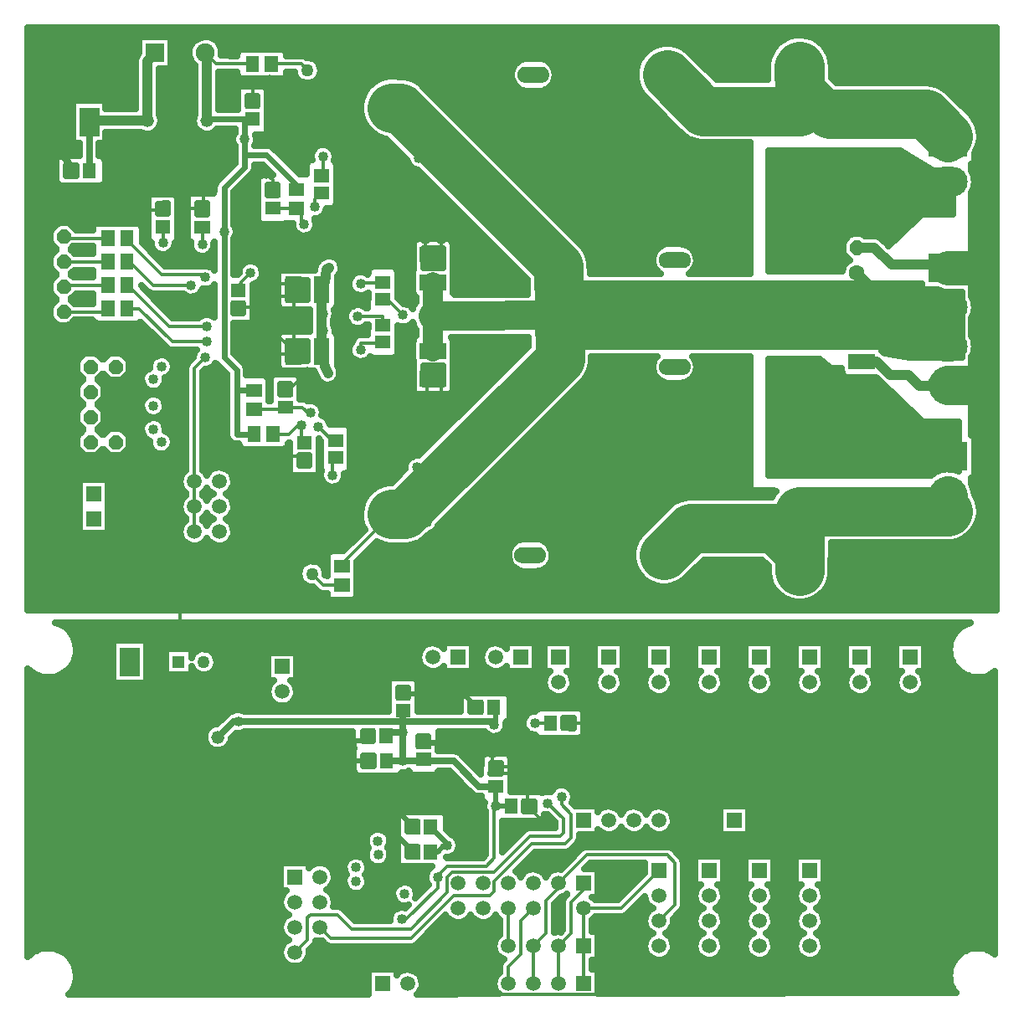
<source format=gbl>
G04 DipTrace 2.3.1.0*
%INamp_tas5631.gbl*%
%MOIN*%
%ADD14C,0.013*%
%ADD15C,0.1181*%
%ADD16C,0.0787*%
%ADD17C,0.0394*%
%ADD19C,0.0197*%
%ADD20C,0.026*%
%ADD21C,0.1575*%
%ADD22C,0.1378*%
%ADD23C,0.1969*%
%ADD24C,0.0236*%
%ADD25C,0.2756*%
%ADD26C,0.025*%
%ADD30C,0.052*%
%ADD31C,0.124*%
%ADD32C,0.063*%
%ADD34C,0.05*%
%ADD35R,0.05X0.05*%
%ADD36R,0.0591X0.0591*%
%ADD37C,0.0591*%
%ADD38R,0.1772X0.1772*%
%ADD44R,0.0748X0.0748*%
%ADD45C,0.0748*%
%ADD47R,0.0787X0.1181*%
%ADD48O,0.0787X0.1181*%
%ADD49R,0.1575X0.1181*%
%ADD50O,0.1575X0.1181*%
%ADD52C,0.04*%
%FSLAX44Y44*%
G04*
G70*
G90*
G75*
G01*
%LNBottom*%
%LPD*%
X17870Y-3621D2*
D15*
X17996D1*
X19562Y-5188D1*
X21309Y-6934D1*
X21496D1*
X10120Y-6952D2*
D14*
Y-6495D1*
X9875Y-6250D1*
X17870Y-19810D2*
D15*
X18169D1*
X21382Y-16597D1*
X21559Y-16622D1*
X10250Y-10500D2*
D14*
Y-10625D1*
X10710D1*
X10960Y-10875D1*
X10250Y-11250D2*
Y-11125D1*
X10710D1*
X10960Y-10875D1*
X806Y-8746D2*
Y-11746D1*
X3869Y-14935D2*
Y-15935D1*
X10960Y-13313D2*
Y-10875D1*
X6000Y-14937D2*
Y-14875D1*
X5124D1*
Y-14935D1*
X3869D1*
X26812Y-17687D2*
D16*
X25747Y-16622D1*
X25188D1*
X21559D1*
X21496Y-6934D2*
X25753D1*
X26750Y-5937D1*
X33563Y-13727D2*
D17*
X34165D1*
X34688Y-14250D1*
X35437D1*
X35875Y-14688D1*
X36500D1*
Y-14406D1*
X806Y-11746D2*
D14*
Y-12806D1*
X875Y-12875D1*
X5124D1*
Y-13063D1*
Y-13437D1*
X4750D1*
Y-14875D1*
X5124D1*
X4625Y-13063D2*
X5124D1*
X7313Y-7627D2*
X6500D1*
Y-6875D1*
X3500Y-813D2*
Y-500D1*
X7500D1*
X6562Y-1438D1*
X6438D1*
X9313Y-3393D2*
Y-2750D1*
X8125D1*
X8250Y-2875D1*
X9313Y-3393D2*
Y-2500D1*
X10000D1*
X7375Y-5875D2*
Y-7564D1*
X7313Y-7627D1*
X5125Y-4925D2*
X7500D1*
X5125D2*
Y-5250D1*
X6313D1*
X16813Y-8875D2*
X16188D1*
X16813D2*
Y-9148D1*
X16500Y-9460D1*
X16188Y-8875D2*
Y-9148D1*
X16500Y-9460D1*
X16813Y-15063D2*
X16250D1*
X10625Y-17500D2*
X11375D1*
Y-17625D1*
X10625Y-14875D2*
X10750D1*
X11500Y-14125D1*
X25188Y-16750D2*
D16*
Y-16622D1*
X19438Y-5313D2*
D15*
X19562Y-5188D1*
X16500Y-14415D2*
D14*
X16813Y-14563D1*
Y-15063D1*
X16250D2*
Y-14665D1*
X16500Y-14415D1*
X5750Y-7688D2*
X4250D1*
X3938Y-7375D1*
X8750Y-11563D2*
X9937D1*
X10250Y-11250D1*
X21250Y-32063D2*
X20897D1*
X20272Y-31437D1*
X10688Y-31500D2*
Y-29000D1*
X10875Y-28813D1*
D19*
X13768D1*
X13956Y-28625D1*
X20272Y-31437D2*
D14*
Y-30125D1*
X19147D1*
X19000Y-29978D1*
Y-29875D1*
X21375D1*
X22688Y-28562D1*
Y-28125D1*
X21857D1*
X15312Y-26956D2*
D19*
X17706D1*
X18250Y-27500D1*
X18875Y-28813D2*
D14*
Y-28875D1*
X17375D1*
X16143D1*
X16125Y-28893D1*
X18875Y-29313D2*
Y-29875D1*
X19000D1*
X10688Y-30813D2*
Y-29000D1*
X9688Y-29375D2*
Y-28938D1*
X10750D1*
X10875Y-28813D1*
X18062Y-28750D2*
D19*
Y-28938D1*
X16169D1*
X16125Y-28893D1*
X6437Y-23313D2*
D14*
Y-24500D1*
X6312Y-24625D1*
X17500Y-28875D2*
X17375D1*
X10250Y-13437D2*
X10835D1*
X10960Y-13313D1*
X10250Y-12687D2*
X10335D1*
X10960Y-13313D1*
X33375Y-9188D2*
D17*
X34063D1*
X34750Y-9875D1*
X36875D1*
X37000Y-10000D1*
X35102Y-1969D2*
D14*
X38531D1*
X38625Y-2063D1*
Y-10000D1*
D16*
Y-14677D1*
X37000D2*
D21*
X38052D1*
D14*
X38063Y-14688D1*
X37000Y-10000D2*
D22*
X38062D1*
X18500Y-38500D2*
D14*
X18625D1*
X19063Y-38938D1*
X23750D1*
X23938Y-38750D1*
X14063Y-31625D2*
D19*
X15103D1*
X15728Y-32250D1*
X13978Y-29625D2*
X11687D1*
X10875Y-28813D1*
X14063Y-31625D2*
X14103D1*
X15728Y-33250D1*
X2143Y-6125D2*
D20*
Y-5956D1*
X1750Y-5563D1*
Y-4125D1*
X1813Y-4187D1*
X7313Y-8375D2*
D14*
Y-9063D1*
X5750Y-9000D2*
Y-8357D1*
X9245Y-10192D2*
X8875Y-10563D1*
X8750Y-10893D1*
X4311Y-8812D2*
Y-8873D1*
X5687Y-10250D1*
X7312D1*
X7438Y-10375D1*
X6875Y-10687D2*
X5375D1*
X4372Y-9684D1*
X4245D1*
X4311Y-9750D1*
Y-10687D2*
X4373D1*
X5998Y-12313D1*
X7500D1*
X4311Y-11625D2*
X4810D1*
X6122Y-12937D1*
X7500D1*
X3563Y-8812D2*
X1806D1*
Y-8746D1*
X3563Y-9750D2*
X1810D1*
X1806Y-9746D1*
X3563Y-10687D2*
X1865D1*
X1806Y-10746D1*
Y-11746D2*
X3441D1*
X3563Y-11625D1*
X10125Y-16625D2*
X10750D1*
X11250Y-16125D1*
Y-16956D1*
X11375D1*
X11250Y-16250D2*
Y-16956D1*
X9375Y-15625D2*
X10544D1*
X10625Y-15544D1*
X11625Y-15750D2*
Y-15875D1*
X11294Y-15544D1*
X10625D1*
X14500Y-11250D2*
X14687D1*
X15312Y-11875D1*
X12500Y-18250D2*
Y-17625D1*
X12625D1*
Y-17544D1*
X11375Y-8250D2*
X11250Y-8125D1*
Y-7625D1*
X11063D1*
X10124D1*
X10120Y-7621D1*
X11938Y-16312D2*
X12500Y-16875D1*
X12625D1*
X12125Y-5562D2*
Y-6268D1*
X12063Y-6331D1*
X25827Y-2308D2*
D23*
X27268Y-3750D1*
X31102D1*
Y-1969D1*
X37000Y-5000D2*
D21*
Y-4750D1*
D23*
X36125Y-3875D1*
X32312D1*
D21*
X30875Y-2438D1*
Y-1969D1*
X31102D1*
X14500Y-12268D2*
D14*
Y-11938D1*
X13500D1*
X31456Y-9687D2*
Y-6643D1*
X30750Y-5937D1*
X37000Y-6559D2*
X31372D1*
X30750Y-5937D1*
X13625Y-13250D2*
Y-12997D1*
X14500D1*
Y-12937D1*
Y-10581D2*
X13669D1*
X13625Y-10625D1*
X31456Y-13937D2*
Y-17044D1*
X30812Y-17687D1*
X11812Y-7562D2*
Y-7250D1*
X12063Y-7000D1*
X31102Y-22047D2*
D23*
Y-21352D1*
X30125Y-20375D1*
X26768D1*
X25706Y-21437D1*
X37000Y-19059D2*
D21*
Y-19688D1*
D23*
X31102D1*
Y-21352D1*
X8182Y-8559D2*
D24*
Y-6809D1*
X9000Y-5991D1*
Y-4875D1*
X11063Y-6877D2*
Y-6688D1*
X9875Y-5500D1*
X9000D1*
Y-4875D1*
X9377Y-16625D2*
X8688D1*
Y-14877D1*
X9375D1*
X9313Y-4063D2*
X7562D1*
X7500Y-4125D1*
X9313Y-4063D2*
X9000D1*
Y-4875D1*
X7500Y-4125D2*
D17*
Y-1500D1*
X7438Y-1438D1*
X8182Y-8559D2*
D24*
Y-13557D1*
X8688Y-14063D1*
Y-14877D1*
X9312Y-1875D2*
D14*
X7875D1*
X7438Y-1438D1*
X21496Y-9934D2*
D23*
X21559Y-13622D1*
X12313Y-14188D2*
D17*
X12187Y-13938D1*
X12063Y-13313D1*
Y-10875D1*
X12375Y-10000D2*
X12250Y-10063D1*
X12197Y-10552D1*
X12063Y-10875D1*
X14870Y-3621D2*
D23*
X15183D1*
X21496Y-9934D1*
X14870Y-19810D2*
X15370D1*
X21559Y-13622D1*
X22125Y-11875D2*
D25*
X34688D1*
D17*
X35062D1*
X33375Y-10188D1*
X16500Y-11188D2*
D16*
Y-11900D1*
Y-12625D1*
Y-11900D2*
D15*
X22125Y-11875D1*
X16500Y-12625D2*
D16*
Y-13313D1*
Y-11188D2*
Y-10563D1*
X12875Y-21875D2*
D14*
Y-21806D1*
X14870Y-19810D1*
X5125Y-4125D2*
D17*
Y-1750D1*
X5438Y-1438D1*
X5125Y-4125D2*
X2875D1*
X2813Y-4187D1*
Y-6125D2*
D20*
Y-4187D1*
X7000Y-20500D2*
D14*
Y-19500D1*
Y-18500D1*
Y-14000D1*
X7438Y-13563D1*
X18919Y-27500D2*
D19*
X19000D1*
Y-28125D1*
X18938Y-28188D1*
X19000Y-31438D2*
Y-30647D1*
Y-31438D2*
X19603Y-31437D1*
X15312Y-27625D2*
D20*
Y-28063D1*
Y-28500D1*
Y-28063D2*
X18938D1*
Y-28188D1*
X16125Y-29563D2*
Y-29625D1*
X17313D1*
X18335Y-30647D1*
X19000D1*
X8750Y-28063D2*
X8563D1*
X7938Y-28688D1*
X15312Y-28500D2*
X14625D1*
Y-28625D1*
X15312Y-29625D2*
X16063D1*
X16125Y-29563D1*
X15312Y-29625D2*
Y-28500D1*
X19000Y-31438D2*
D14*
X18937D1*
Y-33500D1*
X18625Y-33813D1*
X17062D1*
X16688Y-34187D1*
Y-34250D1*
Y-34687D1*
X15437Y-35938D1*
X15250D1*
X8750Y-28063D2*
D20*
X15312D1*
X14647Y-29625D2*
X15312D1*
X17063Y-33000D2*
D19*
X16938D1*
X16688Y-33250D1*
X16397D1*
X17063Y-33000D2*
Y-32915D1*
X16397Y-32250D1*
X20563Y-28125D2*
D14*
X21188D1*
X22500Y-34500D2*
Y-34750D1*
X22000Y-35250D1*
Y-36500D1*
X21500Y-37000D1*
Y-38500D1*
Y-34500D2*
Y-34688D1*
X21000Y-35188D1*
Y-36500D1*
X20500Y-37000D1*
Y-38500D1*
X25500Y-36000D2*
X26125Y-35375D1*
Y-33687D1*
X25813Y-33375D1*
X22625D1*
X21500Y-34500D1*
X22500Y-37000D2*
Y-38500D1*
Y-35500D2*
Y-37000D1*
Y-35500D2*
X24000D1*
X25500Y-34000D1*
X19500Y-37000D2*
Y-35500D1*
Y-38500D2*
Y-37813D1*
X20000Y-37313D1*
Y-36000D1*
X20500Y-35500D1*
X21625Y-31063D2*
Y-31375D1*
X22000Y-31750D1*
Y-32688D1*
X21750Y-32938D1*
X20437D1*
X18937Y-34438D1*
Y-34813D1*
X18750Y-35000D1*
X17313D1*
X15625Y-36688D1*
X12438D1*
X12000Y-36250D1*
X21062Y-31313D2*
X21688Y-31938D1*
Y-32500D1*
X21562Y-32625D1*
X20375D1*
X18937Y-34063D1*
X17250D1*
X17063Y-34250D1*
Y-34875D1*
X15625Y-36313D1*
X13250D1*
X12687Y-35750D1*
X11625D1*
X11500Y-35875D1*
Y-36750D1*
X11000Y-37250D1*
X10061Y-1875D2*
X11250D1*
X11500Y-2125D1*
X12875Y-22623D2*
X12123D1*
X11688Y-22188D1*
D52*
X9688Y-29375D3*
X9245Y-10192D3*
X12500Y-18250D3*
X11375Y-8250D3*
X11938Y-16312D3*
X13625Y-13250D3*
X12375Y-10000D3*
X15312Y-11875D3*
X13500Y-11938D3*
X7438Y-10375D3*
X6875Y-10687D3*
X7500Y-12313D3*
Y-12937D3*
X7313Y-9063D3*
X11250Y-16250D3*
X11625Y-15750D3*
X8182Y-8559D3*
X9000Y-4875D3*
X9875Y-6250D3*
X12313Y-14188D3*
X10250Y-12687D3*
Y-13437D3*
X12125Y-11813D3*
X9250Y-14000D3*
X10250Y-10500D3*
Y-11250D3*
X11500Y-14125D3*
X15688Y-3188D3*
X10625Y-17500D3*
X20750Y-11875D3*
X7000Y-11563D3*
X13625Y-10625D3*
X11812Y-7562D3*
X12125Y-5562D3*
X10000Y-2500D3*
X3500Y-2625D3*
X25188Y-16750D3*
Y-17938D3*
X21813Y-20250D3*
X25000Y-11125D3*
X10062Y-4438D3*
X3500Y-813D3*
X10375Y-625D3*
X8250Y-2875D3*
X25000Y-12500D3*
X31750D3*
X28000Y-11750D3*
X22125Y-11875D3*
X15875Y-17938D3*
X15938Y-5625D3*
X3875Y-5875D3*
X22750Y-22188D3*
X6313Y-5250D3*
X6500Y-6875D3*
X7375Y-5875D3*
X1063Y-7000D3*
X3938Y-7375D3*
X19625Y-18375D3*
X16688Y-34250D3*
X15250Y-35938D3*
X7438Y-13563D3*
X6000Y-15937D3*
Y-14937D3*
X6437Y-23313D3*
X8938D3*
X11000Y-22937D3*
X5500Y-21062D3*
X14312Y-32813D3*
X10875Y-12062D3*
X19438Y-5313D3*
X27938Y-15875D3*
X21062Y-31313D3*
X4625Y-13063D3*
X5750Y-9000D3*
X16250Y-20125D3*
X28188Y-18313D3*
X16813Y-15063D3*
X16250D3*
X16813Y-8875D3*
X16188D3*
X28563Y-10688D3*
X29125Y-13063D3*
X28250Y-9000D3*
Y-5688D3*
X26813Y-7500D3*
X24063Y-1063D3*
X33750D3*
X38188Y-2000D3*
X18875Y-813D3*
X17500Y-23000D3*
X787Y-2362D3*
X1181Y-21654D3*
X5687Y-16938D3*
X5375Y-16438D3*
Y-15500D3*
X5687Y-13938D3*
X5375Y-14438D3*
X26563Y-34500D3*
X23438Y-4875D3*
X24813Y-6437D3*
X23563Y-18625D3*
X8063Y-14875D3*
X12125Y-12500D3*
X16500Y-12625D3*
Y-11188D3*
X16625Y-16188D3*
X14813D3*
X16438Y-7625D3*
X14688Y-7813D3*
X5750Y-9688D3*
X6500D3*
X26625Y-35500D3*
X13875Y-688D3*
X22062Y-1438D3*
X22188Y-2938D3*
X38438Y-12375D3*
X22500Y-17500D3*
X24000Y-21500D3*
X26688Y-23000D3*
X20000D3*
X13313Y-23250D3*
X10375Y-20875D3*
X3375Y-17875D3*
X4813Y-22438D3*
X6000Y-17500D3*
X1000Y-15000D3*
Y-16500D3*
Y-18500D3*
Y-20000D3*
X14313Y-33375D3*
X13438Y-33875D3*
Y-34438D3*
X15375Y-34938D3*
X15312Y-28500D3*
X17500Y-28875D3*
X20563Y-28125D3*
X18938Y-28188D3*
X19000Y-31438D3*
X17063Y-33000D3*
X10688Y-31500D3*
X10875Y-28813D3*
X15312Y-29625D3*
X28500Y-35563D3*
X30500D3*
X12313Y-30438D3*
X14063Y-31625D3*
X18875Y-28813D3*
X21625Y-31063D3*
X17875Y-33313D3*
X21250Y-32063D3*
X8750Y-28063D3*
X18875Y-29313D3*
X16062Y-26938D3*
X18062Y-28750D3*
X15750Y-26250D3*
X6312Y-24625D3*
X11813Y-26688D3*
X8688Y-24625D3*
X23062Y-31437D3*
X10688Y-30813D3*
X23938Y-38750D3*
X24312Y-35875D3*
X28500Y-37063D3*
X28563Y-34563D3*
X27500Y-32938D3*
X30500Y-37063D3*
X26500D3*
X31313Y-31938D3*
X1625Y-33000D3*
X3500Y-31750D3*
X7062Y-32687D3*
X1625Y-35563D3*
X38438Y-33688D3*
X33688Y-29563D3*
X23813Y-36938D3*
X24000Y-33813D3*
X13500Y-24688D3*
X15500D3*
X9813Y-36375D3*
X3938Y-33500D3*
X9313Y-38250D3*
X1313Y-30313D3*
X625Y-28063D3*
X1500Y-26875D3*
X18437Y-31438D3*
X13625Y-35750D3*
X32500Y-25375D3*
X34500D3*
X30438D3*
X28500D3*
X26563D3*
X24438D3*
X22500Y-25000D3*
X20750Y-24688D3*
X18125Y-24625D3*
X36625Y-25375D3*
X35563Y-28313D3*
X33625Y-23063D3*
X32813Y-38688D3*
X38500Y-15875D3*
X38000Y-22688D3*
X37563Y-28313D3*
X30500Y-34500D3*
X37250Y-36188D3*
X7250Y-30313D3*
X32812Y-35500D3*
X5938Y-28625D3*
X5563Y-26250D3*
X3375Y-29688D3*
X8188Y-34375D3*
X34438Y-32938D3*
X35750Y-37875D3*
X37250Y-31813D3*
X23688Y-34563D3*
X14438Y-35563D3*
X13313Y-37625D3*
X11687Y-38750D3*
X6563Y-38313D3*
X2500Y-37625D3*
X7563Y-35938D3*
X400Y-686D2*
D26*
X38914D1*
X400Y-935D2*
X4774D1*
X6101D2*
X7020D1*
X7855D2*
X30375D1*
X31828D2*
X38914D1*
X400Y-1184D2*
X4774D1*
X6101D2*
X6825D1*
X8050D2*
X25258D1*
X26394D2*
X30106D1*
X32097D2*
X38914D1*
X400Y-1432D2*
X4766D1*
X6101D2*
X6774D1*
X8101D2*
X8692D1*
X10679D2*
X24911D1*
X26742D2*
X29946D1*
X32254D2*
X38914D1*
X400Y-1681D2*
X4645D1*
X6101D2*
X6821D1*
X11785D2*
X20075D1*
X20918D2*
X24723D1*
X26992D2*
X29836D1*
X32343D2*
X38914D1*
X400Y-1930D2*
X4637D1*
X6101D2*
X7004D1*
X12000D2*
X19735D1*
X21257D2*
X24610D1*
X27238D2*
X29797D1*
X32375D2*
X38914D1*
X400Y-2178D2*
X4637D1*
X5613D2*
X7012D1*
X12039D2*
X19629D1*
X21363D2*
X24559D1*
X27488D2*
X29797D1*
X32375D2*
X38914D1*
X400Y-2427D2*
X4637D1*
X5613D2*
X7012D1*
X7988D2*
X8774D1*
X10601D2*
X11059D1*
X11941D2*
X14477D1*
X15574D2*
X19625D1*
X21367D2*
X24559D1*
X27738D2*
X29797D1*
X32379D2*
X38914D1*
X400Y-2676D2*
X4637D1*
X5613D2*
X7012D1*
X7988D2*
X14028D1*
X16023D2*
X19727D1*
X21265D2*
X24610D1*
X36500D2*
X38914D1*
X400Y-2924D2*
X4637D1*
X5613D2*
X7012D1*
X7988D2*
X8704D1*
X9921D2*
X13809D1*
X16277D2*
X20043D1*
X20949D2*
X24715D1*
X36961D2*
X38914D1*
X400Y-3173D2*
X4637D1*
X5613D2*
X7012D1*
X7988D2*
X8700D1*
X9152D2*
X9473D1*
X9925D2*
X13680D1*
X16527D2*
X24899D1*
X37214D2*
X38914D1*
X400Y-3422D2*
X2129D1*
X3496D2*
X4637D1*
X5613D2*
X7012D1*
X7988D2*
X8700D1*
X9152D2*
X9473D1*
X9925D2*
X13614D1*
X16773D2*
X25149D1*
X37464D2*
X38914D1*
X400Y-3670D2*
X2129D1*
X5613D2*
X7012D1*
X7988D2*
X8700D1*
X9925D2*
X13598D1*
X17023D2*
X25399D1*
X37711D2*
X38914D1*
X400Y-3919D2*
X2129D1*
X5632D2*
X6993D1*
X9925D2*
X13633D1*
X17273D2*
X25645D1*
X37957D2*
X38914D1*
X400Y-4168D2*
X2129D1*
X5671D2*
X6954D1*
X9925D2*
X13723D1*
X17519D2*
X25895D1*
X38129D2*
X38914D1*
X400Y-4417D2*
X2129D1*
X5586D2*
X7039D1*
X9925D2*
X13883D1*
X17769D2*
X26145D1*
X38230D2*
X38914D1*
X400Y-4665D2*
X2129D1*
X3496D2*
X8559D1*
X9843D2*
X14161D1*
X18019D2*
X26395D1*
X38273D2*
X38914D1*
X400Y-4914D2*
X2129D1*
X3496D2*
X8512D1*
X9488D2*
X14684D1*
X18265D2*
X26789D1*
X38261D2*
X38914D1*
X400Y-5163D2*
X2391D1*
X3234D2*
X8590D1*
X10082D2*
X11864D1*
X12386D2*
X14934D1*
X18515D2*
X29102D1*
X38203D2*
X38914D1*
X400Y-5411D2*
X2391D1*
X3234D2*
X8590D1*
X10351D2*
X11661D1*
X12589D2*
X15180D1*
X18765D2*
X29102D1*
X38086D2*
X38914D1*
X400Y-5660D2*
X1493D1*
X3464D2*
X8590D1*
X10601D2*
X11645D1*
X12605D2*
X15430D1*
X19011D2*
X29102D1*
X38078D2*
X38914D1*
X400Y-5909D2*
X1477D1*
X3480D2*
X8516D1*
X9410D2*
X9715D1*
X10851D2*
X11450D1*
X12675D2*
X15543D1*
X19261D2*
X29102D1*
X37961D2*
X38914D1*
X400Y-6157D2*
X1477D1*
X1925D2*
X2266D1*
X3480D2*
X8266D1*
X9371D2*
X9965D1*
X11097D2*
X11450D1*
X12675D2*
X15926D1*
X19511D2*
X29102D1*
X37976D2*
X38914D1*
X400Y-6406D2*
X1477D1*
X3480D2*
X8020D1*
X9152D2*
X9536D1*
X12675D2*
X16176D1*
X19757D2*
X29102D1*
X38062D2*
X38914D1*
X400Y-6655D2*
X1536D1*
X3418D2*
X7805D1*
X8902D2*
X9508D1*
X12675D2*
X16426D1*
X20007D2*
X29102D1*
X38070D2*
X38914D1*
X400Y-6903D2*
X7774D1*
X8656D2*
X9508D1*
X9957D2*
X10282D1*
X12675D2*
X16672D1*
X20257D2*
X29102D1*
X38004D2*
X38914D1*
X400Y-7152D2*
X5161D1*
X6339D2*
X6715D1*
X8589D2*
X9508D1*
X12675D2*
X16922D1*
X20504D2*
X29102D1*
X37961D2*
X38914D1*
X400Y-7401D2*
X5137D1*
X6363D2*
X6700D1*
X8589D2*
X9508D1*
X12675D2*
X17172D1*
X20754D2*
X29102D1*
X37961D2*
X38914D1*
X400Y-7649D2*
X5137D1*
X5589D2*
X5911D1*
X6363D2*
X6700D1*
X7152D2*
X7473D1*
X8589D2*
X9508D1*
X12293D2*
X17418D1*
X21004D2*
X29102D1*
X37961D2*
X38914D1*
X400Y-7898D2*
X5137D1*
X6363D2*
X6700D1*
X8589D2*
X9508D1*
X12160D2*
X17668D1*
X21250D2*
X29102D1*
X37961D2*
X38914D1*
X400Y-8147D2*
X5137D1*
X6363D2*
X6700D1*
X8589D2*
X9528D1*
X11855D2*
X17918D1*
X21500D2*
X29102D1*
X37961D2*
X38914D1*
X400Y-8396D2*
X1368D1*
X2246D2*
X2938D1*
X4937D2*
X5137D1*
X6363D2*
X6700D1*
X8644D2*
X10907D1*
X11843D2*
X18164D1*
X21750D2*
X29102D1*
X37961D2*
X38914D1*
X400Y-8644D2*
X1239D1*
X4937D2*
X5137D1*
X6363D2*
X6700D1*
X8664D2*
X11102D1*
X11648D2*
X18414D1*
X21996D2*
X29102D1*
X400Y-8893D2*
X1243D1*
X4937D2*
X5161D1*
X6339D2*
X6739D1*
X8589D2*
X15754D1*
X17246D2*
X18664D1*
X22246D2*
X29102D1*
X400Y-9142D2*
X1411D1*
X5070D2*
X5282D1*
X6218D2*
X6829D1*
X8589D2*
X15692D1*
X17308D2*
X18911D1*
X22488D2*
X25536D1*
X26714D2*
X29102D1*
X37961D2*
X38914D1*
X400Y-9390D2*
X1371D1*
X2242D2*
X2934D1*
X5320D2*
X5472D1*
X6027D2*
X6957D1*
X7668D2*
X7774D1*
X8589D2*
X15692D1*
X16140D2*
X16860D1*
X17308D2*
X19161D1*
X22644D2*
X25317D1*
X26933D2*
X29102D1*
X37961D2*
X38914D1*
X400Y-9639D2*
X1239D1*
X5566D2*
X7774D1*
X8589D2*
X12039D1*
X12691D2*
X15692D1*
X16140D2*
X16860D1*
X17308D2*
X19411D1*
X22734D2*
X25246D1*
X27004D2*
X29102D1*
X37961D2*
X38914D1*
X400Y-9888D2*
X1243D1*
X5816D2*
X7774D1*
X8589D2*
X8868D1*
X9621D2*
X11797D1*
X12851D2*
X15692D1*
X16140D2*
X16860D1*
X17308D2*
X19657D1*
X22769D2*
X25278D1*
X26972D2*
X29102D1*
X37961D2*
X38914D1*
X400Y-10136D2*
X1407D1*
X2207D2*
X2934D1*
X8589D2*
X8758D1*
X9730D2*
X10387D1*
X12843D2*
X13887D1*
X15113D2*
X15692D1*
X17308D2*
X19907D1*
X22773D2*
X25422D1*
X26828D2*
X29102D1*
X37961D2*
X38914D1*
X400Y-10385D2*
X1375D1*
X9695D2*
X10313D1*
X12711D2*
X13204D1*
X15113D2*
X15680D1*
X17320D2*
X20157D1*
X37961D2*
X38914D1*
X400Y-10634D2*
X1239D1*
X9418D2*
X10313D1*
X10761D2*
X11457D1*
X12711D2*
X13137D1*
X15113D2*
X15680D1*
X17320D2*
X20235D1*
X37961D2*
X38914D1*
X400Y-10882D2*
X1239D1*
X7324D2*
X7774D1*
X9363D2*
X10313D1*
X10761D2*
X11457D1*
X12711D2*
X13211D1*
X15113D2*
X15680D1*
X17320D2*
X20239D1*
X37961D2*
X38914D1*
X400Y-11131D2*
X1399D1*
X2214D2*
X2942D1*
X5308D2*
X6711D1*
X7039D2*
X7774D1*
X9363D2*
X10313D1*
X10761D2*
X11457D1*
X12711D2*
X13887D1*
X15113D2*
X15754D1*
X37961D2*
X38914D1*
X400Y-11380D2*
X1383D1*
X2230D2*
X2934D1*
X5554D2*
X7774D1*
X9363D2*
X10313D1*
X12711D2*
X13887D1*
X15308D2*
X15797D1*
X38058D2*
X38914D1*
X400Y-11628D2*
X1239D1*
X5804D2*
X7774D1*
X8589D2*
X8911D1*
X9363D2*
X10407D1*
X12617D2*
X13129D1*
X38074D2*
X38914D1*
X400Y-11877D2*
X1239D1*
X6054D2*
X7313D1*
X7687D2*
X7773D1*
X9363D2*
X11575D1*
X12609D2*
X13016D1*
X38015D2*
X38914D1*
X400Y-12126D2*
X1395D1*
X2218D2*
X2969D1*
X9320D2*
X11575D1*
X12550D2*
X13051D1*
X37961D2*
X38914D1*
X400Y-12375D2*
X5067D1*
X8589D2*
X11575D1*
X12597D2*
X13317D1*
X13683D2*
X13887D1*
X15113D2*
X15762D1*
X37961D2*
X38914D1*
X400Y-12623D2*
X5317D1*
X8589D2*
X10344D1*
X12679D2*
X13887D1*
X15113D2*
X15817D1*
X37961D2*
X38914D1*
X400Y-12872D2*
X5567D1*
X8589D2*
X10313D1*
X12711D2*
X13293D1*
X15113D2*
X15692D1*
X17308D2*
X20270D1*
X38043D2*
X38914D1*
X400Y-13121D2*
X5813D1*
X8589D2*
X10313D1*
X10761D2*
X11457D1*
X12711D2*
X13153D1*
X15113D2*
X15680D1*
X17320D2*
X20270D1*
X38078D2*
X38914D1*
X400Y-13369D2*
X6989D1*
X8589D2*
X10313D1*
X10761D2*
X11457D1*
X12711D2*
X13149D1*
X15113D2*
X15680D1*
X17320D2*
X20020D1*
X38039D2*
X38914D1*
X400Y-13618D2*
X2395D1*
X4343D2*
X5325D1*
X6050D2*
X6891D1*
X8808D2*
X10313D1*
X10761D2*
X11457D1*
X12711D2*
X13317D1*
X13933D2*
X15680D1*
X17320D2*
X19770D1*
X22832D2*
X25329D1*
X26921D2*
X29102D1*
X37961D2*
X38914D1*
X400Y-13867D2*
X2301D1*
X4437D2*
X5204D1*
X6171D2*
X6672D1*
X7812D2*
X7925D1*
X9043D2*
X10313D1*
X12711D2*
X15692D1*
X17308D2*
X19524D1*
X22808D2*
X25250D1*
X27000D2*
X29102D1*
X37961D2*
X38914D1*
X400Y-14115D2*
X2309D1*
X4429D2*
X5016D1*
X6140D2*
X6645D1*
X7375D2*
X8172D1*
X9097D2*
X11735D1*
X12796D2*
X15692D1*
X16140D2*
X16860D1*
X17308D2*
X19274D1*
X22730D2*
X25270D1*
X26980D2*
X29102D1*
X37961D2*
X38914D1*
X400Y-14364D2*
X2508D1*
X3230D2*
X3508D1*
X4230D2*
X4891D1*
X5898D2*
X6645D1*
X7355D2*
X8278D1*
X11226D2*
X11856D1*
X12769D2*
X15692D1*
X16140D2*
X16860D1*
X17308D2*
X19024D1*
X22589D2*
X25403D1*
X26847D2*
X29102D1*
X37961D2*
X38914D1*
X400Y-14613D2*
X2399D1*
X3339D2*
X4918D1*
X5832D2*
X6645D1*
X7355D2*
X8278D1*
X11238D2*
X12098D1*
X12527D2*
X15692D1*
X16140D2*
X16860D1*
X17308D2*
X18778D1*
X22359D2*
X29102D1*
X37961D2*
X38914D1*
X400Y-14861D2*
X2301D1*
X3437D2*
X5161D1*
X5589D2*
X6645D1*
X7355D2*
X8278D1*
X10464D2*
X10786D1*
X11238D2*
X15692D1*
X17308D2*
X18528D1*
X22109D2*
X29102D1*
X37961D2*
X38914D1*
X400Y-15110D2*
X2309D1*
X3429D2*
X5098D1*
X5652D2*
X6645D1*
X7355D2*
X8278D1*
X11238D2*
X18278D1*
X21863D2*
X29102D1*
X37961D2*
X38914D1*
X400Y-15359D2*
X2500D1*
X3238D2*
X4907D1*
X5843D2*
X6645D1*
X7355D2*
X8278D1*
X11902D2*
X18032D1*
X21613D2*
X29102D1*
X37961D2*
X38914D1*
X400Y-15607D2*
X2407D1*
X3332D2*
X4899D1*
X5851D2*
X6645D1*
X7355D2*
X8278D1*
X12093D2*
X17782D1*
X21363D2*
X29102D1*
X37961D2*
X38914D1*
X400Y-15856D2*
X2301D1*
X3437D2*
X5051D1*
X5699D2*
X6645D1*
X7355D2*
X8278D1*
X12101D2*
X17532D1*
X21117D2*
X29102D1*
X37961D2*
X38914D1*
X400Y-16105D2*
X2309D1*
X3429D2*
X5024D1*
X5726D2*
X6645D1*
X7355D2*
X8278D1*
X12379D2*
X17286D1*
X20867D2*
X29102D1*
X37961D2*
X38914D1*
X400Y-16354D2*
X2496D1*
X3242D2*
X4891D1*
X5859D2*
X6645D1*
X7355D2*
X8278D1*
X13222D2*
X17036D1*
X20617D2*
X29102D1*
X37961D2*
X38914D1*
X400Y-16602D2*
X2411D1*
X3328D2*
X3410D1*
X4328D2*
X4914D1*
X6035D2*
X6645D1*
X7355D2*
X8278D1*
X13238D2*
X16786D1*
X20371D2*
X29102D1*
X37961D2*
X38914D1*
X400Y-16851D2*
X2301D1*
X4437D2*
X5137D1*
X6168D2*
X6645D1*
X7355D2*
X8352D1*
X13238D2*
X16539D1*
X20121D2*
X29102D1*
X38078D2*
X38914D1*
X400Y-17100D2*
X2309D1*
X4433D2*
X5227D1*
X6148D2*
X6645D1*
X7355D2*
X8770D1*
X13238D2*
X16289D1*
X19871D2*
X29102D1*
X38078D2*
X38914D1*
X400Y-17348D2*
X2493D1*
X3246D2*
X3493D1*
X4246D2*
X5446D1*
X5929D2*
X6645D1*
X7355D2*
X10762D1*
X13238D2*
X16039D1*
X19625D2*
X29102D1*
X38078D2*
X38914D1*
X400Y-17597D2*
X6645D1*
X7355D2*
X10762D1*
X11214D2*
X11536D1*
X13238D2*
X15536D1*
X19375D2*
X29102D1*
X38078D2*
X38914D1*
X400Y-17846D2*
X6645D1*
X7355D2*
X10762D1*
X11214D2*
X11536D1*
X13238D2*
X15395D1*
X19125D2*
X29102D1*
X38078D2*
X38914D1*
X400Y-18094D2*
X6590D1*
X7410D2*
X7589D1*
X8410D2*
X10766D1*
X13207D2*
X15293D1*
X18879D2*
X29102D1*
X38078D2*
X38914D1*
X400Y-18343D2*
X6438D1*
X8562D2*
X12020D1*
X12980D2*
X15047D1*
X18629D2*
X29102D1*
X38078D2*
X38914D1*
X400Y-18592D2*
X2414D1*
X3586D2*
X6422D1*
X8578D2*
X12161D1*
X12839D2*
X14571D1*
X18379D2*
X29102D1*
X37968D2*
X38914D1*
X400Y-18840D2*
X2414D1*
X3586D2*
X6532D1*
X8468D2*
X14059D1*
X18132D2*
X29102D1*
X38054D2*
X38914D1*
X400Y-19089D2*
X2414D1*
X3586D2*
X6594D1*
X7406D2*
X7596D1*
X8406D2*
X13825D1*
X17882D2*
X29981D1*
X38121D2*
X38914D1*
X400Y-19338D2*
X2414D1*
X3586D2*
X6438D1*
X8562D2*
X13688D1*
X17632D2*
X26047D1*
X38222D2*
X38914D1*
X400Y-19586D2*
X2414D1*
X3586D2*
X6422D1*
X8578D2*
X13618D1*
X17386D2*
X25766D1*
X38269D2*
X38914D1*
X400Y-19835D2*
X2414D1*
X3586D2*
X6528D1*
X8472D2*
X13598D1*
X17136D2*
X25516D1*
X38265D2*
X38914D1*
X400Y-20084D2*
X2414D1*
X3586D2*
X6602D1*
X7398D2*
X7602D1*
X8398D2*
X13625D1*
X16890D2*
X25266D1*
X38211D2*
X38914D1*
X400Y-20333D2*
X2414D1*
X3586D2*
X6442D1*
X8558D2*
X13711D1*
X16691D2*
X25020D1*
X38093D2*
X38914D1*
X400Y-20581D2*
X6422D1*
X8578D2*
X13610D1*
X16390D2*
X24770D1*
X37898D2*
X38914D1*
X400Y-20830D2*
X6524D1*
X8476D2*
X13360D1*
X16117D2*
X19899D1*
X20851D2*
X24590D1*
X37531D2*
X38914D1*
X400Y-21079D2*
X13110D1*
X14093D2*
X19602D1*
X21148D2*
X24485D1*
X32375D2*
X38914D1*
X400Y-21327D2*
X12325D1*
X13843D2*
X19504D1*
X21246D2*
X24438D1*
X32375D2*
X38914D1*
X400Y-21576D2*
X12262D1*
X13597D2*
X19508D1*
X21242D2*
X24438D1*
X32375D2*
X38914D1*
X400Y-21825D2*
X11297D1*
X12078D2*
X12262D1*
X13488D2*
X19621D1*
X21129D2*
X24493D1*
X27109D2*
X29782D1*
X32375D2*
X38914D1*
X400Y-22073D2*
X11161D1*
X13488D2*
X19981D1*
X20769D2*
X24606D1*
X26863D2*
X29829D1*
X32375D2*
X38914D1*
X400Y-22322D2*
X11164D1*
X13488D2*
X24797D1*
X26613D2*
X29860D1*
X32347D2*
X38914D1*
X400Y-22571D2*
X11317D1*
X13488D2*
X25157D1*
X26257D2*
X29942D1*
X32261D2*
X38914D1*
X400Y-22819D2*
X11829D1*
X13488D2*
X30094D1*
X32109D2*
X38914D1*
X400Y-23068D2*
X12266D1*
X13484D2*
X30356D1*
X31847D2*
X38914D1*
X400Y-23317D2*
X38914D1*
X400Y-23565D2*
X38914D1*
X5635Y-4249D2*
X5592Y-4366D1*
X5522Y-4469D1*
X5429Y-4553D1*
X5320Y-4613D1*
X5199Y-4645D1*
X5075Y-4648D1*
X4953Y-4621D1*
X4875Y-4587D1*
X3473D1*
X3471Y-5043D1*
X3210D1*
X3207Y-5535D1*
X3255Y-5538D1*
X3372Y-5576D1*
X3444Y-5679D1*
X3455Y-5738D1*
Y-6512D1*
X3417Y-6629D1*
X3314Y-6702D1*
X3255Y-6712D1*
X1701D1*
X1584Y-6674D1*
X1511Y-6571D1*
X1501Y-6512D1*
Y-5738D1*
X1539Y-5621D1*
X1642Y-5548D1*
X1701Y-5538D1*
X2416D1*
X2418Y-5043D1*
X2154D1*
Y-3332D1*
X3471D1*
Y-3664D1*
X4660Y-3663D1*
X4663Y-3125D1*
Y-1750D1*
X4680Y-1627D1*
X4750Y-1481D1*
X4801Y-1421D1*
X4799Y-799D1*
X6076D1*
Y-2076D1*
X5588D1*
X5587Y-3879D1*
X5622Y-3955D1*
X5650Y-4125D1*
X5635Y-4249D1*
X9123Y-3542D2*
X9498D1*
X9500Y-3149D1*
X9125Y-3151D1*
Y-3541D1*
X11483Y-11262D2*
Y-10488D1*
X10739Y-10491D1*
X10738Y-11256D1*
X11479Y-11259D1*
X5560Y-7836D2*
X5935D1*
X5937Y-7443D1*
X5563Y-7445D1*
Y-7835D1*
X9930Y-7100D2*
X10305D1*
X10307Y-6708D1*
X9933Y-6710D1*
Y-7100D1*
X8940Y-11414D2*
X8565D1*
Y-11805D1*
X8937D1*
Y-11415D1*
X16113Y-9983D2*
X16886D1*
X16884Y-9239D1*
X16119Y-9238D1*
X16116Y-9979D1*
X11565Y-17477D2*
X11190D1*
X11188Y-17869D1*
X11562Y-17867D1*
Y-17477D1*
X10435Y-15023D2*
X10810D1*
X10812Y-14631D1*
X10438Y-14633D1*
Y-15023D1*
X16887Y-13892D2*
X16114D1*
X16116Y-14636D1*
X16881Y-14637D1*
X16884Y-13896D1*
X11483Y-13700D2*
Y-12926D1*
X10739Y-12929D1*
X10738Y-13694D1*
X11479Y-13696D1*
X12000Y-2248D2*
X11955Y-2365D1*
X11884Y-2467D1*
X11791Y-2550D1*
X11680Y-2607D1*
X11559Y-2636D1*
X11434Y-2635D1*
X11313Y-2605D1*
X11203Y-2546D1*
X11111Y-2462D1*
X11041Y-2358D1*
X10998Y-2241D1*
X10995Y-2206D1*
X10660Y-2205D1*
X10663Y-2262D1*
X10625Y-2379D1*
X10522Y-2452D1*
X10463Y-2462D1*
X8910D1*
X8793Y-2424D1*
X8720Y-2321D1*
X8710Y-2203D1*
X7965Y-2205D1*
X7962Y-2875D1*
Y-3683D1*
X8687Y-3679D1*
X8723D1*
X8726Y-2951D1*
X8763Y-2834D1*
X8866Y-2761D1*
X8925Y-2751D1*
X9700D1*
X9817Y-2789D1*
X9889Y-2892D1*
X9899Y-2951D1*
Y-4505D1*
X9862Y-4622D1*
X9759Y-4694D1*
X9700Y-4705D1*
X9434Y-4708D1*
X9465Y-4875D1*
X9448Y-4999D1*
X9397Y-5116D1*
X9875Y-5117D1*
X9998Y-5137D1*
X10110Y-5199D1*
X10323Y-5406D1*
X11193Y-6276D1*
X11453Y-6275D1*
X11476Y-6192D1*
Y-5889D1*
X11513Y-5772D1*
X11616Y-5699D1*
X11680Y-5689D1*
X11668Y-5648D1*
X11662Y-5523D1*
X11689Y-5401D1*
X11747Y-5291D1*
X11833Y-5201D1*
X11939Y-5136D1*
X12059Y-5102D1*
X12184Y-5101D1*
X12304Y-5134D1*
X12412Y-5197D1*
X12499Y-5286D1*
X12559Y-5395D1*
X12590Y-5562D1*
X12573Y-5686D1*
X12559Y-5718D1*
X12639Y-5829D1*
X12650Y-5889D1*
Y-7442D1*
X12612Y-7559D1*
X12509Y-7632D1*
X12450Y-7642D1*
X12274D1*
X12212Y-7801D1*
X12134Y-7898D1*
X12033Y-7972D1*
X11917Y-8016D1*
X11781Y-8025D1*
X11809Y-8083D1*
X11840Y-8250D1*
X11823Y-8374D1*
X11774Y-8488D1*
X11697Y-8586D1*
X11596Y-8659D1*
X11479Y-8703D1*
X11355Y-8715D1*
X11233Y-8693D1*
X11120Y-8639D1*
X11026Y-8557D1*
X10957Y-8453D1*
X10918Y-8335D1*
X10913Y-8230D1*
X10627Y-8224D1*
X10507Y-8263D1*
X9733D1*
X9616Y-8226D1*
X9543Y-8123D1*
X9533Y-8063D1*
Y-6510D1*
X9571Y-6393D1*
X9674Y-6320D1*
X9733Y-6310D1*
X10143D1*
X9717Y-5884D1*
X9387Y-5883D1*
X9383Y-5991D1*
X9363Y-6114D1*
X9301Y-6226D1*
X9094Y-6439D1*
X8566Y-6966D1*
X8565Y-8297D1*
X8616Y-8392D1*
X8647Y-8559D1*
X8630Y-8683D1*
X8565Y-8819D1*
Y-10250D1*
X8718Y-10251D1*
X8783Y-10188D1*
X8782Y-10153D1*
X8809Y-10031D1*
X8867Y-9921D1*
X8953Y-9831D1*
X9059Y-9766D1*
X9179Y-9732D1*
X9304Y-9731D1*
X9424Y-9764D1*
X9532Y-9827D1*
X9619Y-9916D1*
X9679Y-10025D1*
X9710Y-10192D1*
X9693Y-10316D1*
X9644Y-10431D1*
X9567Y-10528D1*
X9466Y-10601D1*
X9338Y-10647D1*
X9337Y-12005D1*
X9299Y-12122D1*
X9196Y-12194D1*
X9137Y-12205D1*
X8563D1*
X8565Y-13399D1*
X8958Y-13792D1*
X9031Y-13893D1*
X9067Y-14016D1*
X9071Y-14277D1*
X9762Y-14274D1*
X9879Y-14312D1*
X9952Y-14415D1*
X9962Y-14474D1*
Y-15298D1*
X10035Y-15295D1*
X10038Y-14433D1*
X10076Y-14316D1*
X10179Y-14243D1*
X10238Y-14233D1*
X11012D1*
X11129Y-14271D1*
X11202Y-14374D1*
X11212Y-14433D1*
Y-15218D1*
X11294Y-15214D1*
X11419Y-15240D1*
X11503Y-15289D1*
X11684D1*
X11804Y-15321D1*
X11912Y-15384D1*
X11999Y-15473D1*
X12059Y-15583D1*
X12090Y-15750D1*
X12074Y-15870D1*
X12117Y-15884D1*
X12224Y-15947D1*
X12311Y-16036D1*
X12371Y-16145D1*
X12392Y-16232D1*
X13012Y-16233D1*
X13129Y-16271D1*
X13202Y-16374D1*
X13212Y-16433D1*
Y-17986D1*
X13174Y-18103D1*
X13071Y-18176D1*
X12961Y-18186D1*
X12965Y-18250D1*
X12948Y-18374D1*
X12899Y-18488D1*
X12822Y-18586D1*
X12721Y-18659D1*
X12604Y-18703D1*
X12480Y-18715D1*
X12358Y-18693D1*
X12245Y-18639D1*
X12151Y-18557D1*
X12082Y-18453D1*
X12043Y-18335D1*
X12037Y-18211D1*
X12066Y-18086D1*
X12048Y-18046D1*
X12038Y-17986D1*
Y-16881D1*
X11960Y-16802D1*
X11962Y-18067D1*
X11924Y-18184D1*
X11821Y-18257D1*
X11762Y-18267D1*
X10988D1*
X10871Y-18229D1*
X10798Y-18126D1*
X10788Y-18067D1*
X10787Y-16953D1*
X10755Y-16954D1*
X10728Y-16988D1*
X10690Y-17129D1*
X10587Y-17202D1*
X10528Y-17212D1*
X8974D1*
X8857Y-17174D1*
X8785Y-17071D1*
X8774Y-17008D1*
X8688D1*
X8565Y-16988D1*
X8455Y-16929D1*
X8370Y-16838D1*
X8312Y-16703D1*
X8304Y-16500D1*
Y-14225D1*
X7909Y-13825D1*
X7837Y-13801D1*
X7759Y-13898D1*
X7659Y-13972D1*
X7542Y-14016D1*
X7445Y-14025D1*
X7331Y-14136D1*
X7330Y-18051D1*
X7427Y-18137D1*
X7501Y-18251D1*
X7555Y-18160D1*
X7641Y-18070D1*
X7745Y-18001D1*
X7862Y-17957D1*
X7985Y-17940D1*
X8109Y-17951D1*
X8228Y-17988D1*
X8336Y-18052D1*
X8427Y-18137D1*
X8496Y-18240D1*
X8542Y-18357D1*
X8560Y-18500D1*
X8546Y-18624D1*
X8505Y-18742D1*
X8439Y-18848D1*
X8351Y-18936D1*
X8250Y-19001D1*
X8336Y-19052D1*
X8427Y-19137D1*
X8496Y-19240D1*
X8542Y-19357D1*
X8560Y-19500D1*
X8546Y-19624D1*
X8505Y-19742D1*
X8439Y-19848D1*
X8351Y-19936D1*
X8250Y-20001D1*
X8336Y-20052D1*
X8427Y-20137D1*
X8496Y-20240D1*
X8542Y-20357D1*
X8560Y-20500D1*
X8546Y-20624D1*
X8505Y-20742D1*
X8439Y-20848D1*
X8351Y-20936D1*
X8246Y-21003D1*
X8129Y-21045D1*
X8005Y-21060D1*
X7881Y-21047D1*
X7763Y-21007D1*
X7656Y-20942D1*
X7567Y-20855D1*
X7501Y-20754D1*
X7439Y-20848D1*
X7351Y-20936D1*
X7246Y-21003D1*
X7129Y-21045D1*
X7005Y-21060D1*
X6881Y-21047D1*
X6763Y-21007D1*
X6656Y-20942D1*
X6567Y-20855D1*
X6499Y-20751D1*
X6456Y-20634D1*
X6440Y-20510D1*
X6452Y-20386D1*
X6490Y-20267D1*
X6555Y-20160D1*
X6670Y-20051D1*
Y-19949D1*
X6567Y-19855D1*
X6499Y-19751D1*
X6456Y-19634D1*
X6440Y-19510D1*
X6452Y-19386D1*
X6490Y-19267D1*
X6555Y-19160D1*
X6670Y-19051D1*
Y-18949D1*
X6567Y-18855D1*
X6499Y-18751D1*
X6456Y-18634D1*
X6440Y-18510D1*
X6452Y-18386D1*
X6490Y-18267D1*
X6555Y-18160D1*
X6670Y-18051D1*
Y-14000D1*
X6693Y-13878D1*
X6767Y-13767D1*
X6974Y-13560D1*
X7001Y-13402D1*
X7060Y-13291D1*
X7084Y-13266D1*
X6122Y-13267D1*
X6000Y-13244D1*
X5889Y-13171D1*
X4864Y-12146D1*
X4833Y-12172D1*
X4713Y-12212D1*
X3160D1*
X3040Y-12171D1*
X2941Y-12076D1*
X2242D1*
X2108Y-12211D1*
X2002Y-12276D1*
X1921Y-12289D1*
X1691D1*
X1570Y-12259D1*
X1504Y-12211D1*
X1342Y-12049D1*
X1277Y-11942D1*
X1264Y-11861D1*
Y-11632D1*
X1294Y-11511D1*
X1342Y-11444D1*
X1508Y-11279D1*
X1504Y-11211D1*
X1342Y-11049D1*
X1277Y-10942D1*
X1264Y-10861D1*
Y-10632D1*
X1294Y-10511D1*
X1342Y-10444D1*
X1508Y-10279D1*
X1504Y-10211D1*
X1342Y-10049D1*
X1277Y-9942D1*
X1264Y-9861D1*
Y-9632D1*
X1294Y-9511D1*
X1342Y-9444D1*
X1508Y-9279D1*
X1504Y-9211D1*
X1342Y-9049D1*
X1277Y-8942D1*
X1264Y-8861D1*
Y-8632D1*
X1294Y-8511D1*
X1342Y-8444D1*
X1504Y-8282D1*
X1611Y-8217D1*
X1691Y-8204D1*
X1921D1*
X2042Y-8234D1*
X2108Y-8282D1*
X2306Y-8483D1*
X2959D1*
X2960Y-8425D1*
X2998Y-8308D1*
X3101Y-8236D1*
X3160Y-8226D1*
X4713D1*
X4830Y-8263D1*
X4903Y-8366D1*
X4913Y-8425D1*
Y-9008D1*
X5823Y-9919D1*
X7316Y-9921D1*
X7496Y-9914D1*
X7617Y-9946D1*
X7724Y-10009D1*
X7798Y-10084D1*
X7799Y-8952D1*
X7775Y-9016D1*
X7761Y-9186D1*
X7712Y-9301D1*
X7634Y-9398D1*
X7534Y-9472D1*
X7417Y-9516D1*
X7293Y-9527D1*
X7170Y-9505D1*
X7058Y-9451D1*
X6964Y-9370D1*
X6894Y-9266D1*
X6855Y-9148D1*
X6849Y-9023D1*
X6862Y-8966D1*
X6808Y-8940D1*
X6736Y-8837D1*
X6726Y-8778D1*
Y-7224D1*
X6763Y-7107D1*
X6866Y-7034D1*
X6925Y-7024D1*
X7703Y-7025D1*
X7763Y-7036D1*
X7799Y-6934D1*
Y-6809D1*
X7819Y-6686D1*
X7881Y-6574D1*
X8088Y-6361D1*
X8616Y-5834D1*
X8617Y-5136D1*
X8582Y-5078D1*
X8543Y-4960D1*
X8537Y-4836D1*
X8564Y-4714D1*
X8617Y-4614D1*
Y-4449D1*
X8063Y-4446D1*
X7912Y-4447D1*
X7804Y-4553D1*
X7695Y-4613D1*
X7574Y-4645D1*
X7449Y-4648D1*
X7328Y-4621D1*
X7215Y-4566D1*
X7119Y-4487D1*
X7045Y-4387D1*
X6996Y-4272D1*
X6975Y-4149D1*
X6985Y-4025D1*
X7037Y-3883D1*
X7038Y-1934D1*
X6990Y-1893D1*
X6910Y-1797D1*
X6850Y-1688D1*
X6812Y-1569D1*
X6799Y-1445D1*
X6809Y-1320D1*
X6844Y-1201D1*
X6901Y-1090D1*
X6979Y-992D1*
X7075Y-912D1*
X7184Y-851D1*
X7303Y-813D1*
X7427Y-799D1*
X7551Y-809D1*
X7671Y-843D1*
X7782Y-900D1*
X7880Y-977D1*
X7961Y-1072D1*
X8022Y-1180D1*
X8061Y-1299D1*
X8076Y-1438D1*
X8066Y-1542D1*
X8707Y-1545D1*
X8710Y-1488D1*
X8748Y-1371D1*
X8851Y-1298D1*
X8910Y-1288D1*
X10463D1*
X10580Y-1326D1*
X10653Y-1429D1*
X10663Y-1547D1*
X11250Y-1545D1*
X11376Y-1571D1*
X11452Y-1612D1*
X11573Y-1615D1*
X11693Y-1648D1*
X11803Y-1708D1*
X11894Y-1793D1*
X11962Y-1897D1*
X12003Y-2015D1*
X12015Y-2125D1*
X12000Y-2248D1*
X7746Y-18997D2*
X7656Y-18942D1*
X7567Y-18855D1*
X7501Y-18754D1*
X7439Y-18848D1*
X7328Y-18951D1*
X7330Y-19051D1*
X7427Y-19137D1*
X7501Y-19251D1*
X7555Y-19160D1*
X7641Y-19070D1*
X7749Y-19000D1*
X7746Y-19997D2*
X7656Y-19942D1*
X7567Y-19855D1*
X7501Y-19754D1*
X7439Y-19848D1*
X7328Y-19951D1*
X7330Y-20051D1*
X7427Y-20137D1*
X7501Y-20251D1*
X7555Y-20160D1*
X7641Y-20070D1*
X7749Y-20000D1*
X20299Y-2965D2*
X20209Y-2961D1*
X20088Y-2932D1*
X19974Y-2881D1*
X19872Y-2809D1*
X19785Y-2720D1*
X19716Y-2615D1*
X19669Y-2500D1*
X19644Y-2377D1*
X19643Y-2253D1*
X19665Y-2130D1*
X19710Y-2013D1*
X19777Y-1908D1*
X19862Y-1816D1*
X19962Y-1742D1*
X20075Y-1689D1*
X20196Y-1658D1*
X20424Y-1650D1*
X20693Y-1654D1*
X20838Y-1666D1*
X20957Y-1705D1*
X21066Y-1765D1*
X21161Y-1845D1*
X21240Y-1942D1*
X21300Y-2052D1*
X21337Y-2171D1*
X21351Y-2308D1*
X21340Y-2433D1*
X21305Y-2552D1*
X21248Y-2663D1*
X21171Y-2762D1*
X21077Y-2844D1*
X20969Y-2906D1*
X20851Y-2948D1*
X20692Y-2965D1*
X20299Y-2967D1*
Y-2963D1*
X20178Y-22094D2*
X20088Y-22090D1*
X19967Y-22061D1*
X19853Y-22010D1*
X19750Y-21938D1*
X19664Y-21849D1*
X19595Y-21744D1*
X19548Y-21629D1*
X19523Y-21506D1*
X19522Y-21382D1*
X19544Y-21259D1*
X19589Y-21142D1*
X19656Y-21037D1*
X19741Y-20945D1*
X19841Y-20872D1*
X19954Y-20818D1*
X20075Y-20787D1*
X20303Y-20779D1*
X20572Y-20783D1*
X20717Y-20795D1*
X20836Y-20834D1*
X20945Y-20895D1*
X21040Y-20975D1*
X21119Y-21071D1*
X21179Y-21181D1*
X21216Y-21300D1*
X21230Y-21437D1*
X21219Y-21562D1*
X21184Y-21682D1*
X21127Y-21793D1*
X21050Y-21891D1*
X20956Y-21973D1*
X20848Y-22036D1*
X20730Y-22077D1*
X20571Y-22094D1*
X20178Y-22096D1*
Y-22092D1*
X7126Y-7854D2*
X7501D1*
X7500Y-7422D1*
X7125Y-7424D1*
Y-7853D1*
X2565Y-18440D2*
X3560D1*
X3556Y-19560D1*
X3560Y-19815D1*
Y-20560D1*
X2440D1*
X2444Y-19440D1*
X2440Y-19185D1*
Y-18440D1*
X2565D1*
X2240Y-10079D2*
X2109Y-10209D1*
X2108Y-10282D1*
X2183Y-10357D1*
X2963Y-10358D1*
X2961Y-10297D1*
X2971Y-10237D1*
X2960Y-10137D1*
Y-10078D1*
X2238Y-10080D1*
X2219Y-10099D1*
X2197Y-9370D2*
X2245Y-9419D1*
X2962Y-9420D1*
X2961Y-9359D1*
X2971Y-9300D1*
X2960Y-9200D1*
Y-9141D1*
X2176Y-9142D1*
X2105Y-9214D1*
X2108Y-9282D1*
X2197Y-9370D1*
X2182Y-11137D2*
X2109Y-11209D1*
X2108Y-11282D1*
X2245Y-11419D1*
X2959Y-11417D1*
X2961Y-11234D1*
X2971Y-11175D1*
X2960Y-11075D1*
Y-11016D1*
X2301Y-11017D1*
X2182Y-11137D1*
X2493Y-16545D2*
X2571Y-16468D1*
X2567Y-16400D1*
X2405Y-16237D1*
X2340Y-16131D1*
X2327Y-16050D1*
Y-15820D1*
X2357Y-15699D1*
X2405Y-15633D1*
X2571Y-15468D1*
X2567Y-15400D1*
X2405Y-15237D1*
X2340Y-15131D1*
X2327Y-15050D1*
Y-14820D1*
X2357Y-14699D1*
X2405Y-14633D1*
X2571Y-14468D1*
X2567Y-14400D1*
X2405Y-14237D1*
X2340Y-14131D1*
X2327Y-14050D1*
Y-13820D1*
X2357Y-13699D1*
X2405Y-13633D1*
X2567Y-13471D1*
X2674Y-13406D1*
X2754Y-13393D1*
X2984D1*
X3105Y-13422D1*
X3171Y-13471D1*
X3336Y-13637D1*
X3405Y-13633D1*
X3567Y-13471D1*
X3674Y-13406D1*
X3754Y-13393D1*
X3984D1*
X4105Y-13422D1*
X4171Y-13471D1*
X4334Y-13633D1*
X4399Y-13739D1*
X4411Y-13820D1*
Y-14050D1*
X4382Y-14171D1*
X4334Y-14237D1*
X4171Y-14400D1*
X4065Y-14464D1*
X3984Y-14477D1*
X3754D1*
X3633Y-14448D1*
X3567Y-14400D1*
X3402Y-14233D1*
X3334Y-14237D1*
X3172Y-14398D1*
X3171Y-14471D1*
X3334Y-14633D1*
X3399Y-14739D1*
X3411Y-14820D1*
Y-15050D1*
X3382Y-15171D1*
X3334Y-15237D1*
X3172Y-15398D1*
X3171Y-15471D1*
X3334Y-15633D1*
X3399Y-15739D1*
X3411Y-15820D1*
Y-16050D1*
X3382Y-16171D1*
X3334Y-16237D1*
X3172Y-16398D1*
X3171Y-16471D1*
X3336Y-16637D1*
X3405Y-16633D1*
X3567Y-16471D1*
X3674Y-16406D1*
X3754Y-16393D1*
X3984D1*
X4105Y-16422D1*
X4171Y-16471D1*
X4334Y-16633D1*
X4399Y-16739D1*
X4411Y-16820D1*
Y-17050D1*
X4382Y-17171D1*
X4334Y-17237D1*
X4171Y-17400D1*
X4065Y-17464D1*
X3984Y-17477D1*
X3754D1*
X3633Y-17448D1*
X3567Y-17400D1*
X3402Y-17233D1*
X3334Y-17237D1*
X3171Y-17400D1*
X3065Y-17464D1*
X2984Y-17477D1*
X2754D1*
X2633Y-17448D1*
X2567Y-17400D1*
X2405Y-17237D1*
X2340Y-17131D1*
X2327Y-17050D1*
Y-16820D1*
X2357Y-16699D1*
X2405Y-16633D1*
X2493Y-16545D1*
X2292Y-6315D2*
Y-5940D1*
X1899Y-5938D1*
X1901Y-6312D1*
X2291D1*
X7800Y-10659D2*
X7759Y-10711D1*
X7659Y-10784D1*
X7542Y-10828D1*
X7418Y-10840D1*
X7322Y-10822D1*
X7274Y-10926D1*
X7197Y-11023D1*
X7096Y-11097D1*
X6979Y-11141D1*
X6855Y-11152D1*
X6733Y-11130D1*
X6620Y-11076D1*
X6553Y-11018D1*
X5375Y-11017D1*
X5253Y-10994D1*
X5142Y-10921D1*
X4912Y-10692D1*
X4959Y-10808D1*
X6133Y-11982D1*
X7173Y-11983D1*
X7208Y-11951D1*
X7314Y-11886D1*
X7434Y-11852D1*
X7559Y-11851D1*
X7679Y-11884D1*
X7800Y-11961D1*
X7799Y-10670D1*
X12761Y-14311D2*
X12712Y-14426D1*
X12634Y-14523D1*
X12534Y-14597D1*
X12417Y-14641D1*
X12293Y-14652D1*
X12170Y-14630D1*
X12058Y-14576D1*
X11964Y-14495D1*
X11888Y-14372D1*
X11753Y-14109D1*
X11610Y-14096D1*
X10538D1*
X10421Y-14059D1*
X10348Y-13956D1*
X10338Y-13896D1*
Y-12729D1*
X10376Y-12612D1*
X10479Y-12539D1*
X10538Y-12529D1*
X11604D1*
X11601Y-11660D1*
X10538Y-11659D1*
X10421Y-11621D1*
X10348Y-11518D1*
X10338Y-11459D1*
Y-10291D1*
X10376Y-10174D1*
X10479Y-10101D1*
X10538Y-10091D1*
X11667D1*
X11783Y-10078D1*
X11821Y-9892D1*
X11882Y-9783D1*
X11997Y-9676D1*
X12189Y-9574D1*
X12309Y-9540D1*
X12434Y-9539D1*
X12554Y-9571D1*
X12662Y-9634D1*
X12749Y-9723D1*
X12809Y-9833D1*
X12840Y-10000D1*
X12823Y-10124D1*
X12774Y-10238D1*
X12687Y-10343D1*
X12685Y-11459D1*
X12644Y-11578D1*
X12601Y-11620D1*
X12559Y-11645D1*
X12590Y-11813D1*
X12573Y-11936D1*
X12522Y-12054D1*
X12524Y-12262D1*
X12559Y-12333D1*
X12590Y-12500D1*
X12582Y-12558D1*
X12602Y-12567D1*
X12675Y-12670D1*
X12685Y-12729D1*
X12684Y-13900D1*
X12746Y-14020D1*
X12777Y-14188D1*
X12761Y-14311D1*
X6198Y-9124D2*
X6149Y-9238D1*
X6072Y-9336D1*
X5971Y-9409D1*
X5854Y-9453D1*
X5730Y-9465D1*
X5608Y-9443D1*
X5495Y-9389D1*
X5401Y-9307D1*
X5332Y-9203D1*
X5293Y-9085D1*
X5288Y-8988D1*
X5246Y-8961D1*
X5173Y-8858D1*
X5163Y-8799D1*
Y-7245D1*
X5201Y-7128D1*
X5304Y-7056D1*
X5363Y-7045D1*
X6137D1*
X6254Y-7083D1*
X6327Y-7186D1*
X6337Y-7245D1*
Y-8799D1*
X6296Y-8918D1*
X6215Y-9000D1*
X6198Y-9124D1*
X6136Y-17061D2*
X6087Y-17176D1*
X6009Y-17273D1*
X5908Y-17347D1*
X5792Y-17391D1*
X5668Y-17402D1*
X5545Y-17380D1*
X5433Y-17326D1*
X5339Y-17245D1*
X5269Y-17141D1*
X5230Y-17023D1*
X5228Y-16879D1*
X5120Y-16826D1*
X5026Y-16745D1*
X4957Y-16641D1*
X4918Y-16523D1*
X4912Y-16398D1*
X4939Y-16277D1*
X4997Y-16166D1*
X5083Y-16076D1*
X5189Y-16011D1*
X5309Y-15977D1*
X5434Y-15976D1*
X5554Y-16009D1*
X5662Y-16072D1*
X5749Y-16161D1*
X5809Y-16270D1*
X5840Y-16438D1*
X5832Y-16495D1*
X5974Y-16572D1*
X6061Y-16661D1*
X6121Y-16770D1*
X6152Y-16938D1*
X6136Y-17061D1*
X5823Y-15624D2*
X5774Y-15738D1*
X5697Y-15836D1*
X5596Y-15909D1*
X5479Y-15953D1*
X5355Y-15965D1*
X5233Y-15943D1*
X5120Y-15889D1*
X5026Y-15807D1*
X4957Y-15703D1*
X4918Y-15585D1*
X4912Y-15461D1*
X4939Y-15339D1*
X4997Y-15229D1*
X5083Y-15138D1*
X5189Y-15074D1*
X5309Y-15040D1*
X5434Y-15039D1*
X5554Y-15071D1*
X5662Y-15134D1*
X5749Y-15223D1*
X5809Y-15333D1*
X5840Y-15500D1*
X5823Y-15624D1*
X6136Y-14061D2*
X6087Y-14176D1*
X6009Y-14273D1*
X5908Y-14347D1*
X5832Y-14375D1*
X5840Y-14438D1*
X5823Y-14561D1*
X5774Y-14676D1*
X5697Y-14773D1*
X5596Y-14847D1*
X5479Y-14891D1*
X5355Y-14902D1*
X5233Y-14880D1*
X5120Y-14826D1*
X5026Y-14745D1*
X4957Y-14641D1*
X4918Y-14523D1*
X4912Y-14398D1*
X4939Y-14277D1*
X4997Y-14166D1*
X5083Y-14076D1*
X5189Y-14011D1*
X5231Y-14000D1*
X5224Y-13898D1*
X5251Y-13777D1*
X5310Y-13666D1*
X5395Y-13576D1*
X5502Y-13511D1*
X5622Y-13477D1*
X5746Y-13476D1*
X5867Y-13509D1*
X5974Y-13572D1*
X6061Y-13661D1*
X6121Y-13770D1*
X6152Y-13938D1*
X6136Y-14061D1*
X38813Y-438D2*
X375D1*
Y-23625D1*
X38938D1*
Y-9063D1*
X37938D1*
X37939Y-11138D1*
X37971Y-11196D1*
X38016Y-11313D1*
X38043Y-11434D1*
X38052Y-11559D1*
X38043Y-11684D1*
X38016Y-11806D1*
X37971Y-11922D1*
X37939Y-11980D1*
X37938Y-12691D1*
X38016Y-12872D1*
X38043Y-12993D1*
X38052Y-13118D1*
X38043Y-13243D1*
X38016Y-13365D1*
X37971Y-13481D1*
X37939Y-13539D1*
X37938Y-16645D1*
X38052D1*
Y-18355D1*
X37939D1*
X37938Y-18582D1*
X38008Y-18757D1*
X38037Y-18879D1*
X38052Y-19013D1*
X38165Y-19236D1*
X38231Y-19476D1*
X38249Y-19725D1*
X38216Y-19973D1*
X38135Y-20209D1*
X38009Y-20424D1*
X37842Y-20610D1*
X37642Y-20759D1*
X37416Y-20865D1*
X37174Y-20925D1*
X37000Y-20937D1*
X32352Y-20938D1*
X32345Y-22172D1*
X32296Y-22417D1*
X32198Y-22646D1*
X32057Y-22852D1*
X31878Y-23026D1*
X31668Y-23161D1*
X31435Y-23251D1*
X31189Y-23293D1*
X30940Y-23286D1*
X30697Y-23229D1*
X30470Y-23125D1*
X30269Y-22977D1*
X30100Y-22793D1*
X29972Y-22579D1*
X29889Y-22344D1*
X29854Y-22097D1*
X29853Y-21871D1*
X29609Y-21625D1*
X27285Y-21624D1*
X26496Y-22405D1*
X26288Y-22542D1*
X26057Y-22636D1*
X25812Y-22682D1*
X25562Y-22678D1*
X25318Y-22625D1*
X25090Y-22524D1*
X24886Y-22380D1*
X24715Y-22199D1*
X24584Y-21986D1*
X24497Y-21752D1*
X24458Y-21506D1*
X24470Y-21256D1*
X24530Y-21014D1*
X24638Y-20789D1*
X24788Y-20590D1*
X25885Y-19492D1*
X26078Y-19334D1*
X26299Y-19217D1*
X26538Y-19147D1*
X26719Y-19127D1*
X29983Y-19126D1*
X30072Y-18982D1*
X30150Y-18879D1*
X30064Y-18869D1*
X29251Y-18875D1*
X29145Y-18815D1*
X29125Y-18750D1*
Y-13527D1*
X29055Y-13518D1*
X26827Y-13520D1*
X26869Y-13571D1*
X26929Y-13681D1*
X26966Y-13800D1*
X26980Y-13937D1*
X26969Y-14062D1*
X26934Y-14182D1*
X26877Y-14293D1*
X26800Y-14391D1*
X26706Y-14473D1*
X26598Y-14536D1*
X26480Y-14577D1*
X26321Y-14594D1*
X25928Y-14596D1*
X25838Y-14590D1*
X25717Y-14561D1*
X25603Y-14510D1*
X25500Y-14438D1*
X25414Y-14349D1*
X25345Y-14244D1*
X25298Y-14129D1*
X25273Y-14006D1*
X25272Y-13882D1*
X25294Y-13759D1*
X25339Y-13642D1*
X25424Y-13517D1*
X22809Y-13518D1*
X22804Y-13726D1*
X22758Y-13971D1*
X22665Y-14203D1*
X22527Y-14411D1*
X22265Y-14682D1*
X16699Y-20248D1*
X16649Y-20363D1*
X16572Y-20461D1*
X16471Y-20534D1*
X16380Y-20568D1*
X16161Y-20777D1*
X15953Y-20915D1*
X15722Y-21009D1*
X15476Y-21055D1*
X15120Y-21059D1*
X14746Y-21053D1*
X14501Y-21004D1*
X14271Y-20906D1*
X14255Y-20896D1*
X13460Y-21687D1*
X13462Y-23026D1*
X13424Y-23143D1*
X13321Y-23216D1*
X13262Y-23226D1*
X12488D1*
X12371Y-23188D1*
X12298Y-23085D1*
X12288Y-22952D1*
X12123Y-22953D1*
X12001Y-22930D1*
X11890Y-22856D1*
X11735Y-22699D1*
X11622Y-22698D1*
X11501Y-22667D1*
X11391Y-22608D1*
X11298Y-22525D1*
X11229Y-22421D1*
X11186Y-22304D1*
X11173Y-22180D1*
X11190Y-22057D1*
X11236Y-21941D1*
X11308Y-21839D1*
X11403Y-21758D1*
X11514Y-21703D1*
X11636Y-21675D1*
X11761Y-21678D1*
X11881Y-21710D1*
X11990Y-21771D1*
X12081Y-21856D1*
X12150Y-21960D1*
X12191Y-22078D1*
X12202Y-22188D1*
X12197Y-22230D1*
X12288Y-22276D1*
Y-21472D1*
X12326Y-21355D1*
X12429Y-21282D1*
X12488Y-21272D1*
X12945D1*
X13788Y-20426D1*
X13706Y-20262D1*
X13639Y-20021D1*
X13622Y-19772D1*
X13654Y-19525D1*
X13735Y-19289D1*
X13862Y-19074D1*
X14028Y-18888D1*
X14228Y-18739D1*
X14454Y-18632D1*
X14697Y-18573D1*
X14854Y-18561D1*
X15412Y-18002D1*
Y-17898D1*
X15439Y-17777D1*
X15497Y-17666D1*
X15583Y-17576D1*
X15689Y-17511D1*
X15809Y-17477D1*
X15938D1*
X20301Y-13113D1*
X20295Y-12757D1*
X17229Y-12755D1*
X17244Y-12771D1*
X17284Y-12890D1*
X17296Y-12998D1*
Y-13631D1*
X17284Y-13890D1*
Y-14837D1*
X17246Y-14954D1*
X17143Y-15027D1*
X17084Y-15037D1*
X15916D1*
X15799Y-15000D1*
X15726Y-14897D1*
X15716Y-14837D1*
Y-13709D1*
X15704Y-13628D1*
Y-12994D1*
X15716Y-12890D1*
X15757Y-12771D1*
X15845Y-12694D1*
X15841Y-12449D1*
X15770Y-12346D1*
X15713Y-12234D1*
X15684Y-12150D1*
X15634Y-12211D1*
X15533Y-12284D1*
X15417Y-12328D1*
X15293Y-12340D1*
X15170Y-12318D1*
X15089Y-12279D1*
X15087Y-13380D1*
X15049Y-13497D1*
X14946Y-13569D1*
X14887Y-13579D1*
X14113D1*
X13994Y-13539D1*
X13947Y-13586D1*
X13846Y-13659D1*
X13729Y-13703D1*
X13605Y-13715D1*
X13483Y-13693D1*
X13370Y-13639D1*
X13276Y-13557D1*
X13207Y-13453D1*
X13168Y-13335D1*
X13162Y-13211D1*
X13189Y-13089D1*
X13247Y-12979D1*
X13303Y-12919D1*
X13373Y-12784D1*
X13470Y-12706D1*
X13589Y-12669D1*
X13910Y-12667D1*
X13913Y-12266D1*
X13822Y-12273D1*
X13721Y-12347D1*
X13604Y-12391D1*
X13480Y-12402D1*
X13358Y-12380D1*
X13245Y-12326D1*
X13151Y-12245D1*
X13082Y-12141D1*
X13043Y-12023D1*
X13037Y-11898D1*
X13064Y-11777D1*
X13122Y-11666D1*
X13208Y-11576D1*
X13314Y-11511D1*
X13434Y-11477D1*
X13559Y-11476D1*
X13679Y-11509D1*
X13787Y-11572D1*
X13822Y-11608D1*
X13910D1*
X13913Y-10993D1*
X13846Y-11034D1*
X13729Y-11078D1*
X13605Y-11090D1*
X13483Y-11068D1*
X13370Y-11014D1*
X13276Y-10932D1*
X13207Y-10828D1*
X13168Y-10710D1*
X13162Y-10586D1*
X13189Y-10464D1*
X13247Y-10354D1*
X13333Y-10263D1*
X13439Y-10199D1*
X13559Y-10165D1*
X13684Y-10164D1*
X13804Y-10196D1*
X13895Y-10249D1*
X13913Y-10192D1*
Y-10139D1*
X13951Y-10022D1*
X14054Y-9949D1*
X14113Y-9939D1*
X14887D1*
X15004Y-9976D1*
X15077Y-10079D1*
X15087Y-10139D1*
Y-11182D1*
X15316Y-11412D1*
X15371Y-11414D1*
X15492Y-11446D1*
X15599Y-11509D1*
X15696Y-11616D1*
X15739Y-11509D1*
X15842Y-11357D1*
X15843Y-11168D1*
X15799Y-11147D1*
X15726Y-11044D1*
X15704Y-10878D1*
Y-10244D1*
X15716Y-9985D1*
Y-9038D1*
X15754Y-8921D1*
X15857Y-8848D1*
X15916Y-8838D1*
X17084D1*
X17201Y-8876D1*
X17274Y-8979D1*
X17284Y-9038D1*
Y-10167D1*
X17296Y-10248D1*
Y-10881D1*
X17283Y-10989D1*
X17375Y-11044D1*
X20270D1*
X20261Y-10769D1*
X20256Y-10460D1*
X15881Y-6086D1*
X15795Y-6068D1*
X15683Y-6014D1*
X15589Y-5932D1*
X15519Y-5828D1*
X15479Y-5683D1*
X14644Y-4849D1*
X14501Y-4814D1*
X14271Y-4717D1*
X14065Y-4576D1*
X13891Y-4397D1*
X13757Y-4187D1*
X13667Y-3954D1*
X13624Y-3708D1*
X13632Y-3459D1*
X13689Y-3216D1*
X13793Y-2989D1*
X13940Y-2787D1*
X14125Y-2619D1*
X14339Y-2491D1*
X14574Y-2407D1*
X14821Y-2373D1*
X15307Y-2378D1*
X15552Y-2428D1*
X15782Y-2525D1*
X15988Y-2666D1*
X16243Y-2914D1*
X22463Y-9144D1*
X22601Y-9352D1*
X22695Y-9583D1*
X22741Y-9828D1*
X22750Y-10229D1*
X24500Y-10232D1*
X25559D1*
X25500Y-10188D1*
X25414Y-10099D1*
X25345Y-9994D1*
X25298Y-9879D1*
X25273Y-9756D1*
X25272Y-9632D1*
X25294Y-9509D1*
X25339Y-9392D1*
X25406Y-9287D1*
X25491Y-9195D1*
X25591Y-9122D1*
X25704Y-9068D1*
X25825Y-9037D1*
X26053Y-9029D1*
X26322Y-9033D1*
X26467Y-9045D1*
X26586Y-9084D1*
X26695Y-9145D1*
X26790Y-9225D1*
X26869Y-9321D1*
X26929Y-9431D1*
X26966Y-9550D1*
X26980Y-9687D1*
X26969Y-9812D1*
X26934Y-9932D1*
X26877Y-10043D1*
X26800Y-10141D1*
X26689Y-10233D1*
X28497Y-10227D1*
X28750Y-10232D1*
X29129D1*
X29125Y-9500D1*
X29127Y-4997D1*
X28102Y-4999D1*
X27144Y-4993D1*
X26899Y-4943D1*
X26669Y-4846D1*
X26463Y-4705D1*
X26208Y-4457D1*
X24860Y-3099D1*
X24722Y-2891D1*
X24628Y-2660D1*
X24582Y-2414D1*
X24586Y-2165D1*
X24639Y-1921D1*
X24740Y-1693D1*
X24884Y-1489D1*
X25066Y-1318D1*
X25278Y-1186D1*
X25512Y-1099D1*
X25758Y-1061D1*
X26008Y-1072D1*
X26250Y-1133D1*
X26475Y-1241D1*
X26674Y-1391D1*
X27784Y-2500D1*
X29827Y-2501D1*
X29823Y-2313D1*
X29830Y-1844D1*
X29852Y-1721D1*
X29889Y-1601D1*
X29927Y-1512D1*
X30072Y-1263D1*
X30233Y-1072D1*
X30428Y-917D1*
X30651Y-804D1*
X30891Y-737D1*
X31140Y-720D1*
X31388Y-752D1*
X31624Y-833D1*
X31839Y-960D1*
X32025Y-1126D1*
X32174Y-1326D1*
X32280Y-1552D1*
X32339Y-1795D1*
X32352Y-1969D1*
Y-2426D1*
X32550Y-2624D1*
X36125Y-2626D1*
X36373Y-2651D1*
X36612Y-2725D1*
X36831Y-2844D1*
X36973Y-2957D1*
X37883Y-3867D1*
X38041Y-4060D1*
X38158Y-4281D1*
X38228Y-4520D1*
X38249Y-4769D1*
X38220Y-5017D1*
X38143Y-5254D1*
X38051Y-5422D1*
X38052Y-5855D1*
X37939D1*
X37938Y-6129D1*
X38016Y-6313D1*
X38043Y-6434D1*
X38052Y-6559D1*
X38043Y-6684D1*
X38016Y-6806D1*
X37971Y-6922D1*
X37939Y-6980D1*
X37938Y-8500D1*
X38938D1*
Y-438D1*
X38813D1*
X33164Y-10874D2*
X36594D1*
X33070Y-11122D2*
X37539D1*
X32976Y-11371D2*
X37539D1*
X32882Y-11620D2*
X37539D1*
X32785Y-11868D2*
X37539D1*
X32691Y-12117D2*
X32775D1*
X34351D2*
X37539D1*
X32597Y-12366D2*
X32743D1*
X34382D2*
X37539D1*
X32504Y-12615D2*
X32743D1*
X34382D2*
X37539D1*
X32406Y-12863D2*
X32743D1*
X34382D2*
X37539D1*
X32648Y-13112D2*
X32754D1*
X34371D2*
X37539D1*
X34468Y-13361D2*
X37539D1*
X32766Y-12915D2*
X32771Y-12260D1*
X32779Y-12203D1*
X32816Y-12086D1*
X32919Y-12013D1*
X32979Y-12003D1*
X34146D1*
X34263Y-12040D1*
X34336Y-12143D1*
X34346Y-12229D1*
X34359Y-12310D1*
X34354Y-12990D1*
X34346Y-13078D1*
Y-13300D1*
X34434Y-13352D1*
X34500Y-13409D1*
X35449Y-13563D1*
X37563D1*
X37562Y-10954D1*
X37000D1*
X36875Y-10946D1*
X36753Y-10921D1*
X36582Y-10855D1*
X35948D1*
Y-10625D1*
X33691D1*
X33216Y-10678D1*
X32300Y-13078D1*
X32782Y-13129D1*
X32772Y-12997D1*
X32766Y-12915D1*
X29900Y-5561D2*
X35465D1*
X29900Y-5810D2*
X35868D1*
X29900Y-6059D2*
X36270D1*
X29900Y-6307D2*
X37164D1*
X29900Y-6556D2*
X37164D1*
X29900Y-6805D2*
X37164D1*
X29900Y-7053D2*
X37164D1*
X29900Y-7302D2*
X37164D1*
X29900Y-7551D2*
X37164D1*
X29900Y-7799D2*
X37164D1*
X29900Y-8048D2*
X35743D1*
X29900Y-8297D2*
X35481D1*
X29900Y-8545D2*
X35219D1*
X29900Y-8794D2*
X32957D1*
X34328D2*
X34954D1*
X29900Y-9043D2*
X32793D1*
X34597D2*
X34694D1*
X29900Y-9292D2*
X32793D1*
X29900Y-9540D2*
X32918D1*
X29900Y-9789D2*
X32930D1*
X29900Y-10038D2*
X32789D1*
X32800Y-10123D2*
X32822Y-10012D1*
X32873Y-9898D1*
X32946Y-9797D1*
X33039Y-9715D1*
X33091Y-9686D1*
X32897Y-9495D1*
X32832Y-9389D1*
X32819Y-9308D1*
Y-9067D1*
X32848Y-8946D1*
X32897Y-8880D1*
X33067Y-8709D1*
X33173Y-8644D1*
X33254Y-8632D1*
X33496D1*
X33617Y-8661D1*
X33702Y-8728D1*
X34063Y-8726D1*
X34186Y-8743D1*
X34331Y-8812D1*
X34566Y-9038D1*
X34640Y-9112D1*
X35914Y-7909D1*
X36000Y-7875D1*
X37187D1*
X37188Y-6125D1*
X36434Y-6123D1*
X36372Y-6106D1*
X35088Y-5312D1*
X29875Y-5313D1*
Y-10125D1*
X32801D1*
X29900Y-13874D2*
X32157D1*
X29900Y-14122D2*
X32754D1*
X29900Y-14371D2*
X34129D1*
X29900Y-14620D2*
X34387D1*
X29900Y-14868D2*
X34657D1*
X29900Y-15117D2*
X34922D1*
X29900Y-15366D2*
X35184D1*
X29900Y-15615D2*
X35446D1*
X29900Y-15863D2*
X35711D1*
X29900Y-16112D2*
X35973D1*
X29900Y-16361D2*
X37414D1*
X29900Y-16609D2*
X37414D1*
X29900Y-16858D2*
X37414D1*
X29900Y-17107D2*
X37414D1*
X29900Y-17355D2*
X37414D1*
X29900Y-17604D2*
X37414D1*
X29900Y-17853D2*
X37414D1*
X29900Y-18101D2*
X36539D1*
X30000Y-18250D2*
X36330D1*
X36494Y-18136D1*
X36607Y-18083D1*
X36725Y-18043D1*
X36848Y-18018D1*
X36972Y-18007D1*
X37097Y-18011D1*
X37220Y-18030D1*
X37341Y-18063D1*
X37438Y-18103D1*
Y-16125D1*
X36059Y-16123D1*
X35977Y-16091D1*
X34419Y-14625D1*
X34184Y-14400D1*
X34135Y-14350D1*
X32979D1*
X32862Y-14312D1*
X32789Y-14209D1*
X32766Y-14042D1*
Y-13999D1*
X32372Y-13998D1*
X32294Y-13970D1*
X31891Y-13624D1*
X29875Y-13625D1*
Y-18250D1*
X30000D1*
X1953Y-24374D2*
X37418D1*
X2156Y-24622D2*
X37215D1*
X2269Y-24871D2*
X3754D1*
X5121D2*
X37102D1*
X2312Y-25120D2*
X3754D1*
X5121D2*
X16063D1*
X18086D2*
X18563D1*
X20586D2*
X20914D1*
X22086D2*
X22914D1*
X24086D2*
X24914D1*
X26086D2*
X26914D1*
X28086D2*
X28914D1*
X30086D2*
X30914D1*
X32086D2*
X32914D1*
X34086D2*
X34914D1*
X36086D2*
X37055D1*
X2304Y-25368D2*
X3754D1*
X5121D2*
X5836D1*
X7804D2*
X9914D1*
X11086D2*
X15930D1*
X18086D2*
X18430D1*
X20586D2*
X20914D1*
X22086D2*
X22914D1*
X24086D2*
X24914D1*
X26086D2*
X26914D1*
X28086D2*
X28914D1*
X30086D2*
X30914D1*
X32086D2*
X32914D1*
X34086D2*
X34914D1*
X36086D2*
X37067D1*
X2234Y-25617D2*
X3754D1*
X5121D2*
X5836D1*
X7910D2*
X9914D1*
X11086D2*
X15926D1*
X18086D2*
X18426D1*
X20586D2*
X20914D1*
X22086D2*
X22914D1*
X24086D2*
X24914D1*
X26086D2*
X26914D1*
X28086D2*
X28914D1*
X30086D2*
X30914D1*
X32086D2*
X32914D1*
X34086D2*
X34914D1*
X36086D2*
X37137D1*
X2093Y-25866D2*
X3754D1*
X5121D2*
X5836D1*
X7882D2*
X9914D1*
X11086D2*
X16051D1*
X18086D2*
X18551D1*
X20586D2*
X20914D1*
X22086D2*
X22914D1*
X24086D2*
X24914D1*
X26086D2*
X26914D1*
X28086D2*
X28914D1*
X30086D2*
X30914D1*
X32086D2*
X32914D1*
X34086D2*
X34914D1*
X36086D2*
X37278D1*
X400Y-26115D2*
X532D1*
X1832D2*
X3754D1*
X5121D2*
X5836D1*
X6914D2*
X7059D1*
X7687D2*
X9914D1*
X11086D2*
X21067D1*
X21933D2*
X23067D1*
X23933D2*
X25067D1*
X25933D2*
X27067D1*
X27933D2*
X29067D1*
X29933D2*
X31067D1*
X31933D2*
X33067D1*
X33933D2*
X35067D1*
X35933D2*
X37539D1*
X400Y-26363D2*
X3754D1*
X5121D2*
X9914D1*
X11086D2*
X14770D1*
X15855D2*
X20930D1*
X22070D2*
X22930D1*
X24070D2*
X24930D1*
X26070D2*
X26930D1*
X28070D2*
X28930D1*
X30070D2*
X30930D1*
X32070D2*
X32930D1*
X34070D2*
X34930D1*
X36070D2*
X38852D1*
X400Y-26612D2*
X9981D1*
X11019D2*
X14700D1*
X15925D2*
X20926D1*
X22074D2*
X22926D1*
X24074D2*
X24926D1*
X26074D2*
X26926D1*
X28074D2*
X28926D1*
X30074D2*
X30926D1*
X32074D2*
X32926D1*
X34074D2*
X34926D1*
X36074D2*
X38852D1*
X400Y-26861D2*
X9914D1*
X11086D2*
X14700D1*
X15152D2*
X15473D1*
X15925D2*
X21047D1*
X21953D2*
X23047D1*
X23953D2*
X25047D1*
X25953D2*
X27047D1*
X27953D2*
X29047D1*
X29953D2*
X31047D1*
X31953D2*
X33047D1*
X33953D2*
X35047D1*
X35953D2*
X38852D1*
X400Y-27109D2*
X9965D1*
X11035D2*
X14700D1*
X15925D2*
X17582D1*
X19586D2*
X38852D1*
X400Y-27358D2*
X10192D1*
X10808D2*
X14700D1*
X15925D2*
X17582D1*
X18031D2*
X18375D1*
X19586D2*
X38852D1*
X400Y-27607D2*
X8633D1*
X8863D2*
X14700D1*
X15925D2*
X17582D1*
X18031D2*
X18375D1*
X19586D2*
X20571D1*
X22476D2*
X38852D1*
X400Y-27855D2*
X8188D1*
X19586D2*
X20161D1*
X22523D2*
X38852D1*
X400Y-28104D2*
X7938D1*
X19421D2*
X20075D1*
X21734D2*
X22075D1*
X22523D2*
X38852D1*
X400Y-28353D2*
X7508D1*
X19398D2*
X20133D1*
X22523D2*
X38852D1*
X400Y-28601D2*
X7395D1*
X8605D2*
X13289D1*
X13738D2*
X14079D1*
X16738D2*
X18700D1*
X19175D2*
X20543D1*
X22504D2*
X38852D1*
X400Y-28850D2*
X7414D1*
X8461D2*
X13289D1*
X15964D2*
X16286D1*
X16738D2*
X38852D1*
X400Y-29099D2*
X7586D1*
X8289D2*
X13309D1*
X16738D2*
X38852D1*
X400Y-29347D2*
X13309D1*
X17617D2*
X18520D1*
X19480D2*
X38852D1*
X400Y-29596D2*
X13309D1*
X13761D2*
X14102D1*
X17867D2*
X18387D1*
X19613D2*
X38852D1*
X400Y-29845D2*
X13309D1*
X18117D2*
X18387D1*
X18839D2*
X19161D1*
X19613D2*
X38852D1*
X400Y-30094D2*
X13329D1*
X15296D2*
X15536D1*
X16714D2*
X17200D1*
X18839D2*
X19161D1*
X19613D2*
X38852D1*
X400Y-30342D2*
X17446D1*
X19613D2*
X38852D1*
X400Y-30591D2*
X17696D1*
X19613D2*
X38852D1*
X400Y-30840D2*
X17946D1*
X19613D2*
X21192D1*
X22058D2*
X38852D1*
X400Y-31088D2*
X18387D1*
X22113D2*
X38852D1*
X400Y-31337D2*
X18520D1*
X20148D2*
X20489D1*
X22078D2*
X38852D1*
X400Y-31586D2*
X18536D1*
X20148D2*
X20489D1*
X23902D2*
X24096D1*
X24902D2*
X25096D1*
X25902D2*
X27914D1*
X29086D2*
X38852D1*
X400Y-31834D2*
X15063D1*
X17062D2*
X18582D1*
X20937D2*
X21090D1*
X26058D2*
X27914D1*
X29086D2*
X38852D1*
X400Y-32083D2*
X15059D1*
X15511D2*
X15852D1*
X17066D2*
X18582D1*
X19293D2*
X21332D1*
X26078D2*
X27914D1*
X29086D2*
X38852D1*
X400Y-32332D2*
X15059D1*
X15511D2*
X15852D1*
X17066D2*
X18582D1*
X19293D2*
X20200D1*
X25976D2*
X27914D1*
X29086D2*
X38852D1*
X400Y-32580D2*
X13883D1*
X14742D2*
X15059D1*
X17289D2*
X18582D1*
X19293D2*
X19926D1*
X22355D2*
X38852D1*
X400Y-32829D2*
X13825D1*
X14800D2*
X15063D1*
X17519D2*
X18582D1*
X19293D2*
X19680D1*
X22324D2*
X38852D1*
X400Y-33078D2*
X13907D1*
X14718D2*
X15059D1*
X15511D2*
X15852D1*
X17546D2*
X18582D1*
X19293D2*
X19428D1*
X22101D2*
X22457D1*
X25980D2*
X38852D1*
X400Y-33326D2*
X13825D1*
X14800D2*
X15059D1*
X15511D2*
X15852D1*
X17418D2*
X18582D1*
X20539D2*
X22184D1*
X26254D2*
X38852D1*
X400Y-33575D2*
X13059D1*
X14757D2*
X15059D1*
X20293D2*
X21934D1*
X26461D2*
X26914D1*
X28086D2*
X28914D1*
X30086D2*
X30914D1*
X32086D2*
X38852D1*
X400Y-33824D2*
X10414D1*
X12390D2*
X12950D1*
X13925D2*
X14168D1*
X14461D2*
X15188D1*
X20043D2*
X21684D1*
X22668D2*
X24914D1*
X26480D2*
X26914D1*
X28086D2*
X28914D1*
X30086D2*
X30914D1*
X32086D2*
X38852D1*
X400Y-34073D2*
X10414D1*
X12558D2*
X12993D1*
X13882D2*
X16235D1*
X19886D2*
X20114D1*
X20886D2*
X21114D1*
X23086D2*
X24914D1*
X26480D2*
X26914D1*
X28086D2*
X28914D1*
X30086D2*
X30914D1*
X32086D2*
X38852D1*
X400Y-34321D2*
X10414D1*
X12582D2*
X12961D1*
X13914D2*
X16204D1*
X23086D2*
X24688D1*
X26480D2*
X26914D1*
X28086D2*
X28914D1*
X30086D2*
X30914D1*
X32086D2*
X38852D1*
X400Y-34570D2*
X10414D1*
X12484D2*
X12965D1*
X13910D2*
X15067D1*
X15683D2*
X16313D1*
X23086D2*
X24438D1*
X26480D2*
X27118D1*
X27882D2*
X29118D1*
X29882D2*
X31118D1*
X31882D2*
X38852D1*
X400Y-34819D2*
X10618D1*
X12382D2*
X13145D1*
X13730D2*
X14899D1*
X15851D2*
X16067D1*
X23086D2*
X24192D1*
X26480D2*
X26946D1*
X28054D2*
X28946D1*
X30054D2*
X30946D1*
X32054D2*
X38852D1*
X400Y-35067D2*
X10446D1*
X12554D2*
X14903D1*
X22882D2*
X23942D1*
X26480D2*
X26918D1*
X28082D2*
X28918D1*
X30082D2*
X30918D1*
X32082D2*
X38852D1*
X400Y-35316D2*
X10418D1*
X12582D2*
X15079D1*
X21363D2*
X21645D1*
X24675D2*
X25012D1*
X26480D2*
X27012D1*
X27988D2*
X29012D1*
X29988D2*
X31012D1*
X31988D2*
X38852D1*
X400Y-35565D2*
X10512D1*
X12992D2*
X14946D1*
X21355D2*
X21645D1*
X24425D2*
X25121D1*
X26421D2*
X27121D1*
X27879D2*
X29121D1*
X29879D2*
X31121D1*
X31879D2*
X38852D1*
X400Y-35813D2*
X10625D1*
X13242D2*
X14778D1*
X21355D2*
X21645D1*
X24129D2*
X24946D1*
X26179D2*
X26946D1*
X28054D2*
X28946D1*
X30054D2*
X30946D1*
X32054D2*
X38852D1*
X400Y-36062D2*
X10446D1*
X16742D2*
X19145D1*
X21355D2*
X21645D1*
X22855D2*
X24918D1*
X26082D2*
X26918D1*
X28082D2*
X28918D1*
X30082D2*
X30918D1*
X32082D2*
X38852D1*
X400Y-36311D2*
X10418D1*
X16492D2*
X19145D1*
X21355D2*
X21645D1*
X22855D2*
X25008D1*
X25992D2*
X27008D1*
X27992D2*
X29008D1*
X29992D2*
X31008D1*
X31992D2*
X38852D1*
X400Y-36559D2*
X10508D1*
X16246D2*
X19129D1*
X23086D2*
X25129D1*
X25871D2*
X27129D1*
X27871D2*
X29129D1*
X29871D2*
X31129D1*
X31871D2*
X38852D1*
X400Y-36808D2*
X10629D1*
X15996D2*
X18950D1*
X23086D2*
X24950D1*
X26050D2*
X26950D1*
X28050D2*
X28950D1*
X30050D2*
X30950D1*
X32050D2*
X38852D1*
X400Y-37057D2*
X10450D1*
X11683D2*
X18918D1*
X23086D2*
X24918D1*
X26082D2*
X26918D1*
X28082D2*
X28918D1*
X30082D2*
X30918D1*
X32082D2*
X38852D1*
X1879Y-37305D2*
X10418D1*
X11582D2*
X19004D1*
X23086D2*
X25004D1*
X25996D2*
X27004D1*
X27996D2*
X29004D1*
X29996D2*
X31004D1*
X31996D2*
X37493D1*
X2117Y-37554D2*
X10504D1*
X11496D2*
X19266D1*
X23086D2*
X25395D1*
X25608D2*
X27395D1*
X27608D2*
X29395D1*
X29608D2*
X31395D1*
X31608D2*
X37254D1*
X2246Y-37803D2*
X10883D1*
X11113D2*
X19145D1*
X22855D2*
X37121D1*
X2308Y-38052D2*
X13914D1*
X15859D2*
X19141D1*
X23086D2*
X37063D1*
X2312Y-38300D2*
X13914D1*
X16046D2*
X18954D1*
X23086D2*
X37059D1*
X2257Y-38549D2*
X13914D1*
X16082D2*
X18918D1*
X23086D2*
X37114D1*
X2136Y-38798D2*
X13914D1*
X16000D2*
X19000D1*
X23086D2*
X37235D1*
X8458Y-28722D2*
X8448Y-28811D1*
X8404Y-28928D1*
X8334Y-29031D1*
X8242Y-29115D1*
X8132Y-29175D1*
X8012Y-29207D1*
X7887Y-29210D1*
X7765Y-29183D1*
X7653Y-29129D1*
X7557Y-29049D1*
X7483Y-28950D1*
X7434Y-28835D1*
X7413Y-28712D1*
X7422Y-28587D1*
X7460Y-28469D1*
X7525Y-28362D1*
X7614Y-28274D1*
X7720Y-28210D1*
X7839Y-28172D1*
X7897Y-28168D1*
X8283Y-27783D1*
X8388Y-27709D1*
X8336Y-27739D1*
X8564Y-27636D1*
X8684Y-27602D1*
X8809Y-27601D1*
X8929Y-27633D1*
X9000Y-27668D1*
X14723D1*
X14726Y-26514D1*
X14763Y-26397D1*
X14866Y-26324D1*
X14925Y-26314D1*
X15700D1*
X15817Y-26351D1*
X15889Y-26454D1*
X15899Y-26514D1*
Y-27666D1*
X17605Y-27668D1*
X17608Y-27113D1*
X17646Y-26996D1*
X17749Y-26923D1*
X17808Y-26913D1*
X19361D1*
X19478Y-26951D1*
X19551Y-27054D1*
X19561Y-27113D1*
Y-27887D1*
X19524Y-28004D1*
X19421Y-28077D1*
X19400Y-28141D1*
X19403Y-28188D1*
X19386Y-28311D1*
X19337Y-28426D1*
X19259Y-28523D1*
X19159Y-28597D1*
X19042Y-28641D1*
X18918Y-28652D1*
X18795Y-28630D1*
X18683Y-28577D1*
X18589Y-28495D1*
X18565Y-28459D1*
X16715Y-28457D1*
X16712Y-29228D1*
X17313Y-29230D1*
X17435Y-29250D1*
X17549Y-29309D1*
X17769Y-29523D1*
X18412Y-30166D1*
X18413Y-29536D1*
X18451Y-29419D1*
X18554Y-29346D1*
X18613Y-29336D1*
X19387D1*
X19504Y-29374D1*
X19577Y-29477D1*
X19587Y-29536D1*
Y-30852D1*
X20714Y-30851D1*
X20834Y-30891D1*
X20996Y-30852D1*
X21121Y-30851D1*
X21200Y-30872D1*
X21247Y-30792D1*
X21333Y-30701D1*
X21439Y-30636D1*
X21559Y-30602D1*
X21684Y-30601D1*
X21804Y-30633D1*
X21912Y-30696D1*
X21999Y-30786D1*
X22059Y-30895D1*
X22088Y-31016D1*
X22090Y-31063D1*
X22073Y-31186D1*
X22022Y-31304D1*
X22154Y-31437D1*
X23060Y-31440D1*
Y-31655D1*
X23141Y-31570D1*
X23245Y-31501D1*
X23361Y-31457D1*
X23485Y-31440D1*
X23609Y-31450D1*
X23728Y-31488D1*
X23836Y-31551D1*
X23927Y-31637D1*
X24001Y-31751D1*
X24054Y-31660D1*
X24141Y-31570D1*
X24245Y-31501D1*
X24361Y-31457D1*
X24485Y-31440D1*
X24609Y-31450D1*
X24728Y-31488D1*
X24836Y-31551D1*
X24927Y-31637D1*
X25001Y-31751D1*
X25054Y-31660D1*
X25141Y-31570D1*
X25245Y-31501D1*
X25361Y-31457D1*
X25485Y-31440D1*
X25609Y-31450D1*
X25728Y-31488D1*
X25836Y-31551D1*
X25927Y-31637D1*
X25996Y-31740D1*
X26042Y-31856D1*
X26060Y-32000D1*
X26046Y-32124D1*
X26005Y-32242D1*
X25939Y-32348D1*
X25852Y-32436D1*
X25746Y-32503D1*
X25629Y-32545D1*
X25505Y-32560D1*
X25381Y-32547D1*
X25263Y-32508D1*
X25156Y-32443D1*
X25067Y-32356D1*
X25001Y-32254D1*
X24939Y-32348D1*
X24852Y-32436D1*
X24746Y-32503D1*
X24629Y-32545D1*
X24505Y-32560D1*
X24381Y-32547D1*
X24263Y-32508D1*
X24156Y-32443D1*
X24067Y-32356D1*
X24001Y-32254D1*
X23939Y-32348D1*
X23852Y-32436D1*
X23746Y-32503D1*
X23629Y-32545D1*
X23505Y-32560D1*
X23381Y-32547D1*
X23263Y-32508D1*
X23156Y-32443D1*
X23061Y-32346D1*
X23060Y-32560D1*
X22330D1*
Y-32688D1*
X22307Y-32810D1*
X22233Y-32921D1*
X21983Y-33171D1*
X21881Y-33241D1*
X21750Y-33268D1*
X20574D1*
X19806Y-34035D1*
X19836Y-34051D1*
X19927Y-34137D1*
X20001Y-34251D1*
X20054Y-34160D1*
X20141Y-34070D1*
X20245Y-34001D1*
X20361Y-33957D1*
X20485Y-33940D1*
X20609Y-33950D1*
X20728Y-33988D1*
X20836Y-34051D1*
X20927Y-34137D1*
X21001Y-34251D1*
X21054Y-34160D1*
X21141Y-34070D1*
X21245Y-34001D1*
X21361Y-33957D1*
X21485Y-33940D1*
X21582Y-33948D1*
X22392Y-33142D1*
X22494Y-33072D1*
X22625Y-33045D1*
X25813D1*
X25935Y-33068D1*
X26046Y-33142D1*
X26358Y-33454D1*
X26428Y-33557D1*
X26455Y-33687D1*
Y-35375D1*
X26432Y-35497D1*
X26358Y-35608D1*
X26052Y-35915D1*
X26060Y-36000D1*
X26046Y-36124D1*
X26005Y-36242D1*
X25939Y-36348D1*
X25852Y-36436D1*
X25750Y-36501D1*
X25836Y-36551D1*
X25927Y-36637D1*
X25996Y-36740D1*
X26042Y-36856D1*
X26060Y-37000D1*
X26046Y-37124D1*
X26005Y-37242D1*
X25939Y-37348D1*
X25852Y-37436D1*
X25746Y-37503D1*
X25629Y-37545D1*
X25505Y-37560D1*
X25381Y-37547D1*
X25263Y-37508D1*
X25156Y-37443D1*
X25067Y-37356D1*
X24999Y-37251D1*
X24956Y-37134D1*
X24940Y-37010D1*
X24951Y-36886D1*
X24990Y-36767D1*
X25054Y-36660D1*
X25141Y-36570D1*
X25248Y-36500D1*
X25156Y-36443D1*
X25067Y-36356D1*
X24999Y-36251D1*
X24956Y-36134D1*
X24940Y-36010D1*
X24951Y-35886D1*
X24990Y-35767D1*
X25054Y-35660D1*
X25141Y-35570D1*
X25248Y-35500D1*
X25156Y-35443D1*
X25067Y-35356D1*
X24999Y-35251D1*
X24956Y-35134D1*
X24938Y-35029D1*
X24233Y-35733D1*
X24131Y-35803D1*
X24000Y-35830D1*
X22949D1*
X22852Y-35936D1*
X22829Y-35951D1*
X22830Y-36441D1*
X23060Y-36440D1*
Y-37560D1*
X22830D1*
Y-37941D1*
X23060Y-37940D1*
Y-38905D1*
X23625Y-38900D1*
X37315Y-38875D1*
X37244Y-38772D1*
X37184Y-38662D1*
X37138Y-38546D1*
X37104Y-38426D1*
X37084Y-38303D1*
X37078Y-38178D1*
X37087Y-38053D1*
X37109Y-37930D1*
X37145Y-37811D1*
X37194Y-37696D1*
X37256Y-37587D1*
X37329Y-37486D1*
X37414Y-37394D1*
X37508Y-37312D1*
X37611Y-37241D1*
X37721Y-37182D1*
X37837Y-37136D1*
X37957Y-37103D1*
X38081Y-37084D1*
X38206Y-37079D1*
X38330Y-37087D1*
X38453Y-37110D1*
X38573Y-37147D1*
X38687Y-37196D1*
X38874Y-37316D1*
X38875Y-26066D1*
X38777Y-26139D1*
X38667Y-26199D1*
X38552Y-26247D1*
X38431Y-26281D1*
X38308Y-26301D1*
X38183Y-26307D1*
X38059Y-26300D1*
X37936Y-26278D1*
X37816Y-26243D1*
X37701Y-26194D1*
X37592Y-26133D1*
X37490Y-26060D1*
X37398Y-25976D1*
X37315Y-25882D1*
X37244Y-25780D1*
X37184Y-25670D1*
X37138Y-25554D1*
X37104Y-25434D1*
X37084Y-25311D1*
X37078Y-25186D1*
X37087Y-25061D1*
X37109Y-24938D1*
X37145Y-24819D1*
X37194Y-24704D1*
X37256Y-24595D1*
X37329Y-24494D1*
X37414Y-24402D1*
X37508Y-24320D1*
X37611Y-24249D1*
X37721Y-24190D1*
X37908Y-24124D1*
X1473Y-24125D1*
X1679Y-24204D1*
X1788Y-24267D1*
X1888Y-24341D1*
X1980Y-24425D1*
X2062Y-24520D1*
X2132Y-24623D1*
X2190Y-24734D1*
X2236Y-24850D1*
X2268Y-24971D1*
X2292Y-25197D1*
X2285Y-25322D1*
X2264Y-25445D1*
X2229Y-25565D1*
X2181Y-25680D1*
X2120Y-25789D1*
X2048Y-25891D1*
X1964Y-25984D1*
X1871Y-26067D1*
X1769Y-26139D1*
X1659Y-26199D1*
X1544Y-26247D1*
X1424Y-26281D1*
X1300Y-26301D1*
X1176Y-26307D1*
X1051Y-26300D1*
X928Y-26278D1*
X808Y-26243D1*
X693Y-26194D1*
X584Y-26133D1*
X483Y-26060D1*
X377Y-25962D1*
X375Y-28000D1*
Y-37426D1*
X500Y-37312D1*
X603Y-37241D1*
X713Y-37182D1*
X829Y-37136D1*
X949Y-37103D1*
X1073Y-37084D1*
X1198Y-37079D1*
X1322Y-37087D1*
X1445Y-37110D1*
X1565Y-37147D1*
X1679Y-37196D1*
X1788Y-37259D1*
X1888Y-37333D1*
X1980Y-37417D1*
X2062Y-37512D1*
X2132Y-37615D1*
X2190Y-37726D1*
X2236Y-37842D1*
X2268Y-37963D1*
X2292Y-38189D1*
X2285Y-38314D1*
X2264Y-38437D1*
X2229Y-38557D1*
X2181Y-38672D1*
X2120Y-38782D1*
X2004Y-38933D1*
X5875Y-38928D1*
X13941Y-38915D1*
X13940Y-37940D1*
X15060D1*
Y-38155D1*
X15141Y-38070D1*
X15245Y-38001D1*
X15361Y-37957D1*
X15485Y-37940D1*
X15609Y-37950D1*
X15728Y-37988D1*
X15836Y-38051D1*
X15927Y-38137D1*
X15996Y-38240D1*
X16042Y-38356D1*
X16060Y-38500D1*
X16046Y-38624D1*
X16005Y-38742D1*
X15939Y-38848D1*
X15876Y-38911D1*
X19113Y-38907D1*
X19067Y-38856D1*
X18999Y-38751D1*
X18956Y-38634D1*
X18940Y-38510D1*
X18951Y-38386D1*
X18990Y-38267D1*
X19054Y-38160D1*
X19170Y-38051D1*
Y-37813D1*
X19193Y-37690D1*
X19267Y-37579D1*
X19319Y-37527D1*
X19263Y-37508D1*
X19156Y-37443D1*
X19067Y-37356D1*
X18999Y-37251D1*
X18956Y-37134D1*
X18940Y-37010D1*
X18951Y-36886D1*
X18990Y-36767D1*
X19054Y-36660D1*
X19170Y-36551D1*
Y-35949D1*
X19067Y-35856D1*
X19001Y-35754D1*
X18939Y-35848D1*
X18851Y-35936D1*
X18746Y-36003D1*
X18629Y-36045D1*
X18505Y-36060D1*
X18381Y-36047D1*
X18263Y-36007D1*
X18156Y-35942D1*
X18067Y-35855D1*
X18001Y-35754D1*
X17939Y-35848D1*
X17851Y-35936D1*
X17746Y-36003D1*
X17629Y-36045D1*
X17505Y-36060D1*
X17381Y-36047D1*
X17263Y-36007D1*
X17156Y-35942D1*
X17067Y-35855D1*
X17010Y-35767D1*
X15858Y-36921D1*
X15756Y-36991D1*
X15625Y-37018D1*
X12438D1*
X12315Y-36994D1*
X12204Y-36921D1*
X12085Y-36802D1*
X12005Y-36810D1*
X11881Y-36797D1*
X11826Y-36779D1*
X11816Y-36846D1*
X11758Y-36956D1*
X11554Y-37163D1*
X11560Y-37250D1*
X11546Y-37374D1*
X11505Y-37492D1*
X11439Y-37598D1*
X11352Y-37686D1*
X11246Y-37753D1*
X11129Y-37795D1*
X11005Y-37810D1*
X10881Y-37797D1*
X10763Y-37758D1*
X10656Y-37693D1*
X10567Y-37606D1*
X10499Y-37501D1*
X10456Y-37384D1*
X10440Y-37260D1*
X10451Y-37136D1*
X10490Y-37017D1*
X10554Y-36910D1*
X10641Y-36820D1*
X10748Y-36750D1*
X10656Y-36693D1*
X10567Y-36606D1*
X10499Y-36501D1*
X10456Y-36384D1*
X10440Y-36260D1*
X10451Y-36136D1*
X10490Y-36017D1*
X10554Y-35910D1*
X10641Y-35820D1*
X10748Y-35750D1*
X10656Y-35693D1*
X10567Y-35606D1*
X10499Y-35501D1*
X10456Y-35384D1*
X10440Y-35260D1*
X10451Y-35136D1*
X10490Y-35017D1*
X10554Y-34910D1*
X10657Y-34809D1*
X10440Y-34810D1*
Y-33690D1*
X11560D1*
Y-33905D1*
X11641Y-33820D1*
X11745Y-33751D1*
X11861Y-33707D1*
X11985Y-33690D1*
X12109Y-33700D1*
X12228Y-33738D1*
X12336Y-33801D1*
X12427Y-33887D1*
X12496Y-33990D1*
X12542Y-34106D1*
X12560Y-34250D1*
X12546Y-34374D1*
X12505Y-34492D1*
X12439Y-34598D1*
X12352Y-34686D1*
X12250Y-34751D1*
X12336Y-34801D1*
X12427Y-34887D1*
X12496Y-34990D1*
X12542Y-35106D1*
X12560Y-35250D1*
X12546Y-35374D1*
X12530Y-35422D1*
X12687Y-35420D1*
X12810Y-35443D1*
X12921Y-35517D1*
X13388Y-35983D1*
X14785D1*
X14787Y-35898D1*
X14814Y-35777D1*
X14872Y-35667D1*
X14958Y-35576D1*
X15064Y-35511D1*
X15184Y-35477D1*
X15309Y-35476D1*
X15403Y-35501D1*
X15533Y-35375D1*
X15480Y-35391D1*
X15355Y-35402D1*
X15233Y-35380D1*
X15120Y-35327D1*
X15026Y-35245D1*
X14957Y-35141D1*
X14918Y-35023D1*
X14912Y-34898D1*
X14939Y-34777D1*
X14997Y-34667D1*
X15083Y-34576D1*
X15189Y-34511D1*
X15309Y-34477D1*
X15434Y-34476D1*
X15554Y-34508D1*
X15662Y-34571D1*
X15749Y-34661D1*
X15809Y-34770D1*
X15838Y-34891D1*
X15840Y-34938D1*
X15823Y-35061D1*
X15806Y-35100D1*
X16345Y-34563D1*
X16269Y-34454D1*
X16230Y-34335D1*
X16224Y-34211D1*
X16251Y-34089D1*
X16310Y-33979D1*
X16395Y-33888D1*
X16478Y-33838D1*
X15286Y-33837D1*
X15169Y-33799D1*
X15096Y-33696D1*
X15086Y-33637D1*
X15087Y-32859D1*
X15097Y-32800D1*
X15086Y-32640D1*
Y-31863D1*
X15124Y-31746D1*
X15227Y-31673D1*
X15286Y-31663D1*
X16839D1*
X16956Y-31701D1*
X17029Y-31804D1*
X17039Y-31863D1*
Y-32375D1*
X17226Y-32565D1*
X17349Y-32634D1*
X17436Y-32723D1*
X17496Y-32832D1*
X17525Y-32953D1*
X17528Y-33000D1*
X17511Y-33124D1*
X17462Y-33238D1*
X17384Y-33336D1*
X17284Y-33409D1*
X17167Y-33453D1*
X17039Y-33464D1*
X17057Y-33483D1*
X18488D1*
X18610Y-33361D1*
X18607Y-31684D1*
X18582Y-31641D1*
X18543Y-31523D1*
X18537Y-31398D1*
X18563Y-31281D1*
X18453Y-31209D1*
X18413Y-31089D1*
Y-31038D1*
X18335Y-31042D1*
X18212Y-31022D1*
X18098Y-30963D1*
X17879Y-30750D1*
X17147Y-30018D1*
X16715Y-30020D1*
X16703Y-30065D1*
X16632Y-30165D1*
X16512Y-30205D1*
X15738D1*
X15621Y-30167D1*
X15548Y-30064D1*
X15534Y-30034D1*
X15417Y-30078D1*
X15274Y-30086D1*
X15251Y-30129D1*
X15148Y-30202D1*
X15089Y-30212D1*
X13536D1*
X13419Y-30174D1*
X13346Y-30071D1*
X13336Y-30012D1*
X13337Y-29234D1*
X13353Y-29132D1*
X13314Y-29012D1*
X13312Y-28457D1*
X8996D1*
X8855Y-28516D1*
X8730Y-28527D1*
X8665Y-28515D1*
X8463Y-28720D1*
X15123Y-27104D2*
X15498D1*
X15500Y-26712D1*
X15125Y-26714D1*
Y-27103D1*
X14104Y-28815D2*
Y-28455D1*
X13715Y-28457D1*
X13714Y-28812D1*
X14103D1*
X21708Y-27935D2*
Y-28310D1*
X22101Y-28312D1*
X22099Y-27938D1*
X21709D1*
X18398Y-27666D2*
Y-27315D1*
X18006Y-27313D1*
X18008Y-27672D1*
X18402Y-27668D1*
X15935Y-29042D2*
X16310D1*
X16312Y-28649D1*
X15938Y-28651D1*
Y-29041D1*
X20124Y-31248D2*
Y-31623D1*
X20516Y-31625D1*
X20514Y-31250D1*
X20124D1*
X18810Y-30126D2*
X19185D1*
X19187Y-29734D1*
X18813Y-29736D1*
Y-30126D1*
X15876Y-33440D2*
Y-33065D1*
X15484Y-33063D1*
X15486Y-33437D1*
X15876D1*
X14126Y-29815D2*
Y-29440D1*
X13734Y-29438D1*
X13736Y-29812D1*
X14126D1*
X15876Y-32440D2*
Y-32065D1*
X15484Y-32063D1*
X15486Y-32437D1*
X15876D1*
X7875Y-25811D2*
X7830Y-25928D1*
X7759Y-26030D1*
X7666Y-26113D1*
X7555Y-26170D1*
X7434Y-26199D1*
X7309Y-26198D1*
X7188Y-26167D1*
X7078Y-26109D1*
X6986Y-26025D1*
X6916Y-25922D1*
X6891Y-25852D1*
X6890Y-26203D1*
X5860D1*
Y-25173D1*
X6890D1*
Y-25512D1*
X6923Y-25441D1*
X6995Y-25340D1*
X7090Y-25258D1*
X7202Y-25203D1*
X7323Y-25175D1*
X7448Y-25178D1*
X7568Y-25210D1*
X7677Y-25271D1*
X7769Y-25355D1*
X7837Y-25460D1*
X7878Y-25578D1*
X7890Y-25688D1*
X7875Y-25811D1*
X10065Y-25315D2*
X11060D1*
Y-26435D1*
X10845D1*
X10927Y-26512D1*
X10996Y-26615D1*
X11042Y-26731D1*
X11060Y-26875D1*
X11046Y-26999D1*
X11005Y-27117D1*
X10939Y-27223D1*
X10852Y-27311D1*
X10746Y-27378D1*
X10629Y-27420D1*
X10505Y-27435D1*
X10381Y-27422D1*
X10263Y-27383D1*
X10156Y-27318D1*
X10067Y-27231D1*
X9999Y-27126D1*
X9956Y-27009D1*
X9940Y-26885D1*
X9951Y-26761D1*
X9990Y-26642D1*
X10054Y-26535D1*
X10157Y-26434D1*
X9940Y-26435D1*
Y-25315D1*
X10065D1*
X3904Y-24832D2*
X5096D1*
Y-26543D1*
X3779D1*
Y-24832D1*
X3904D1*
X19565Y-24940D2*
X20560D1*
Y-26060D1*
X19440D1*
X19439Y-25848D1*
X19352Y-25936D1*
X19246Y-26003D1*
X19129Y-26045D1*
X19005Y-26060D1*
X18881Y-26047D1*
X18763Y-26008D1*
X18656Y-25943D1*
X18567Y-25856D1*
X18499Y-25751D1*
X18456Y-25634D1*
X18440Y-25510D1*
X18451Y-25386D1*
X18490Y-25267D1*
X18554Y-25160D1*
X18641Y-25070D1*
X18745Y-25001D1*
X18861Y-24957D1*
X18985Y-24940D1*
X19109Y-24950D1*
X19228Y-24988D1*
X19336Y-25051D1*
X19442Y-25159D1*
X19440Y-24940D1*
X19565D1*
X21065D2*
X22060D1*
Y-26060D1*
X21845D1*
X21927Y-26137D1*
X21996Y-26240D1*
X22042Y-26356D1*
X22060Y-26500D1*
X22046Y-26624D1*
X22005Y-26742D1*
X21939Y-26848D1*
X21852Y-26936D1*
X21746Y-27003D1*
X21629Y-27045D1*
X21505Y-27060D1*
X21381Y-27047D1*
X21263Y-27008D1*
X21156Y-26943D1*
X21067Y-26856D1*
X20999Y-26751D1*
X20956Y-26634D1*
X20940Y-26510D1*
X20951Y-26386D1*
X20990Y-26267D1*
X21054Y-26160D1*
X21157Y-26059D1*
X20940Y-26060D1*
Y-24940D1*
X21065D1*
X17065D2*
X18060D1*
Y-26060D1*
X16940D1*
X16939Y-25848D1*
X16852Y-25936D1*
X16746Y-26003D1*
X16629Y-26045D1*
X16505Y-26060D1*
X16381Y-26047D1*
X16263Y-26008D1*
X16156Y-25943D1*
X16067Y-25856D1*
X15999Y-25751D1*
X15956Y-25634D1*
X15940Y-25510D1*
X15951Y-25386D1*
X15990Y-25267D1*
X16054Y-25160D1*
X16141Y-25070D1*
X16245Y-25001D1*
X16361Y-24957D1*
X16485Y-24940D1*
X16609Y-24950D1*
X16728Y-24988D1*
X16836Y-25051D1*
X16942Y-25159D1*
X16940Y-24940D1*
X17065D1*
X23065D2*
X24060D1*
Y-26060D1*
X23845D1*
X23927Y-26137D1*
X23996Y-26240D1*
X24042Y-26356D1*
X24060Y-26500D1*
X24046Y-26624D1*
X24005Y-26742D1*
X23939Y-26848D1*
X23852Y-26936D1*
X23746Y-27003D1*
X23629Y-27045D1*
X23505Y-27060D1*
X23381Y-27047D1*
X23263Y-27008D1*
X23156Y-26943D1*
X23067Y-26856D1*
X22999Y-26751D1*
X22956Y-26634D1*
X22940Y-26510D1*
X22951Y-26386D1*
X22990Y-26267D1*
X23054Y-26160D1*
X23157Y-26059D1*
X22940Y-26060D1*
Y-24940D1*
X23065D1*
X25065D2*
X26060D1*
Y-26060D1*
X25845D1*
X25927Y-26137D1*
X25996Y-26240D1*
X26042Y-26356D1*
X26060Y-26500D1*
X26046Y-26624D1*
X26005Y-26742D1*
X25939Y-26848D1*
X25852Y-26936D1*
X25746Y-27003D1*
X25629Y-27045D1*
X25505Y-27060D1*
X25381Y-27047D1*
X25263Y-27008D1*
X25156Y-26943D1*
X25067Y-26856D1*
X24999Y-26751D1*
X24956Y-26634D1*
X24940Y-26510D1*
X24951Y-26386D1*
X24990Y-26267D1*
X25054Y-26160D1*
X25157Y-26059D1*
X24940Y-26060D1*
Y-24940D1*
X25065D1*
X27065D2*
X28060D1*
Y-26060D1*
X27845D1*
X27927Y-26137D1*
X27996Y-26240D1*
X28042Y-26356D1*
X28060Y-26500D1*
X28046Y-26624D1*
X28005Y-26742D1*
X27939Y-26848D1*
X27852Y-26936D1*
X27746Y-27003D1*
X27629Y-27045D1*
X27505Y-27060D1*
X27381Y-27047D1*
X27263Y-27008D1*
X27156Y-26943D1*
X27067Y-26856D1*
X26999Y-26751D1*
X26956Y-26634D1*
X26940Y-26510D1*
X26951Y-26386D1*
X26990Y-26267D1*
X27054Y-26160D1*
X27157Y-26059D1*
X26940Y-26060D1*
Y-24940D1*
X27065D1*
X29065D2*
X30060D1*
Y-26060D1*
X29845D1*
X29927Y-26137D1*
X29996Y-26240D1*
X30042Y-26356D1*
X30060Y-26500D1*
X30046Y-26624D1*
X30005Y-26742D1*
X29939Y-26848D1*
X29852Y-26936D1*
X29746Y-27003D1*
X29629Y-27045D1*
X29505Y-27060D1*
X29381Y-27047D1*
X29263Y-27008D1*
X29156Y-26943D1*
X29067Y-26856D1*
X28999Y-26751D1*
X28956Y-26634D1*
X28940Y-26510D1*
X28951Y-26386D1*
X28990Y-26267D1*
X29054Y-26160D1*
X29157Y-26059D1*
X28940Y-26060D1*
Y-24940D1*
X29065D1*
X31065D2*
X32060D1*
Y-26060D1*
X31845D1*
X31927Y-26137D1*
X31996Y-26240D1*
X32042Y-26356D1*
X32060Y-26500D1*
X32046Y-26624D1*
X32005Y-26742D1*
X31939Y-26848D1*
X31852Y-26936D1*
X31746Y-27003D1*
X31629Y-27045D1*
X31505Y-27060D1*
X31381Y-27047D1*
X31263Y-27008D1*
X31156Y-26943D1*
X31067Y-26856D1*
X30999Y-26751D1*
X30956Y-26634D1*
X30940Y-26510D1*
X30951Y-26386D1*
X30990Y-26267D1*
X31054Y-26160D1*
X31157Y-26059D1*
X30940Y-26060D1*
Y-24940D1*
X31065D1*
X33065D2*
X34060D1*
Y-26060D1*
X33845D1*
X33927Y-26137D1*
X33996Y-26240D1*
X34042Y-26356D1*
X34060Y-26500D1*
X34046Y-26624D1*
X34005Y-26742D1*
X33939Y-26848D1*
X33852Y-26936D1*
X33746Y-27003D1*
X33629Y-27045D1*
X33505Y-27060D1*
X33381Y-27047D1*
X33263Y-27008D1*
X33156Y-26943D1*
X33067Y-26856D1*
X32999Y-26751D1*
X32956Y-26634D1*
X32940Y-26510D1*
X32951Y-26386D1*
X32990Y-26267D1*
X33054Y-26160D1*
X33157Y-26059D1*
X32940Y-26060D1*
Y-24940D1*
X33065D1*
X35065D2*
X36060D1*
Y-26060D1*
X35845D1*
X35927Y-26137D1*
X35996Y-26240D1*
X36042Y-26356D1*
X36060Y-26500D1*
X36046Y-26624D1*
X36005Y-26742D1*
X35939Y-26848D1*
X35852Y-26936D1*
X35746Y-27003D1*
X35629Y-27045D1*
X35505Y-27060D1*
X35381Y-27047D1*
X35263Y-27008D1*
X35156Y-26943D1*
X35067Y-26856D1*
X34999Y-26751D1*
X34956Y-26634D1*
X34940Y-26510D1*
X34951Y-26386D1*
X34990Y-26267D1*
X35054Y-26160D1*
X35157Y-26059D1*
X34940Y-26060D1*
Y-24940D1*
X35065D1*
X28065Y-31440D2*
X29060D1*
Y-32560D1*
X27940D1*
Y-31440D1*
X28065D1*
X24940Y-34095D2*
X24938Y-33705D1*
X22762D1*
X22524Y-33943D1*
X23060Y-33940D1*
Y-35060D1*
X22845D1*
X22927Y-35137D1*
X22950Y-35172D1*
X23863Y-35170D1*
X24941Y-34093D1*
X21842Y-34943D2*
X21746Y-35003D1*
X21610Y-35048D1*
X21327Y-35327D1*
X21330Y-36467D1*
X21485Y-36440D1*
X21582Y-36448D1*
X21673Y-36361D1*
X21670Y-35250D1*
X21693Y-35128D1*
X21767Y-35017D1*
X21830Y-34953D1*
X27065Y-33440D2*
X28060D1*
Y-34560D1*
X27845D1*
X27927Y-34637D1*
X27996Y-34740D1*
X28042Y-34856D1*
X28060Y-35000D1*
X28046Y-35124D1*
X28005Y-35242D1*
X27939Y-35348D1*
X27852Y-35436D1*
X27750Y-35501D1*
X27836Y-35551D1*
X27927Y-35637D1*
X27996Y-35740D1*
X28042Y-35856D1*
X28060Y-36000D1*
X28046Y-36124D1*
X28005Y-36242D1*
X27939Y-36348D1*
X27852Y-36436D1*
X27750Y-36501D1*
X27836Y-36551D1*
X27927Y-36637D1*
X27996Y-36740D1*
X28042Y-36856D1*
X28060Y-37000D1*
X28046Y-37124D1*
X28005Y-37242D1*
X27939Y-37348D1*
X27852Y-37436D1*
X27746Y-37503D1*
X27629Y-37545D1*
X27505Y-37560D1*
X27381Y-37547D1*
X27263Y-37508D1*
X27156Y-37443D1*
X27067Y-37356D1*
X26999Y-37251D1*
X26956Y-37134D1*
X26940Y-37010D1*
X26951Y-36886D1*
X26990Y-36767D1*
X27054Y-36660D1*
X27141Y-36570D1*
X27248Y-36500D1*
X27156Y-36443D1*
X27067Y-36356D1*
X26999Y-36251D1*
X26956Y-36134D1*
X26940Y-36010D1*
X26951Y-35886D1*
X26990Y-35767D1*
X27054Y-35660D1*
X27141Y-35570D1*
X27248Y-35500D1*
X27156Y-35443D1*
X27067Y-35356D1*
X26999Y-35251D1*
X26956Y-35134D1*
X26940Y-35010D1*
X26951Y-34886D1*
X26990Y-34767D1*
X27054Y-34660D1*
X27157Y-34559D1*
X26940Y-34560D1*
Y-33440D1*
X27065D1*
X29065D2*
X30060D1*
Y-34560D1*
X29845D1*
X29927Y-34637D1*
X29996Y-34740D1*
X30042Y-34856D1*
X30060Y-35000D1*
X30046Y-35124D1*
X30005Y-35242D1*
X29939Y-35348D1*
X29852Y-35436D1*
X29750Y-35501D1*
X29836Y-35551D1*
X29927Y-35637D1*
X29996Y-35740D1*
X30042Y-35856D1*
X30060Y-36000D1*
X30046Y-36124D1*
X30005Y-36242D1*
X29939Y-36348D1*
X29852Y-36436D1*
X29750Y-36501D1*
X29836Y-36551D1*
X29927Y-36637D1*
X29996Y-36740D1*
X30042Y-36856D1*
X30060Y-37000D1*
X30046Y-37124D1*
X30005Y-37242D1*
X29939Y-37348D1*
X29852Y-37436D1*
X29746Y-37503D1*
X29629Y-37545D1*
X29505Y-37560D1*
X29381Y-37547D1*
X29263Y-37508D1*
X29156Y-37443D1*
X29067Y-37356D1*
X28999Y-37251D1*
X28956Y-37134D1*
X28940Y-37010D1*
X28951Y-36886D1*
X28990Y-36767D1*
X29054Y-36660D1*
X29141Y-36570D1*
X29248Y-36500D1*
X29156Y-36443D1*
X29067Y-36356D1*
X28999Y-36251D1*
X28956Y-36134D1*
X28940Y-36010D1*
X28951Y-35886D1*
X28990Y-35767D1*
X29054Y-35660D1*
X29141Y-35570D1*
X29248Y-35500D1*
X29156Y-35443D1*
X29067Y-35356D1*
X28999Y-35251D1*
X28956Y-35134D1*
X28940Y-35010D1*
X28951Y-34886D1*
X28990Y-34767D1*
X29054Y-34660D1*
X29157Y-34559D1*
X28940Y-34560D1*
Y-33440D1*
X29065D1*
X31065D2*
X32060D1*
Y-34560D1*
X31845D1*
X31927Y-34637D1*
X31996Y-34740D1*
X32042Y-34856D1*
X32060Y-35000D1*
X32046Y-35124D1*
X32005Y-35242D1*
X31939Y-35348D1*
X31852Y-35436D1*
X31750Y-35501D1*
X31836Y-35551D1*
X31927Y-35637D1*
X31996Y-35740D1*
X32042Y-35856D1*
X32060Y-36000D1*
X32046Y-36124D1*
X32005Y-36242D1*
X31939Y-36348D1*
X31852Y-36436D1*
X31750Y-36501D1*
X31836Y-36551D1*
X31927Y-36637D1*
X31996Y-36740D1*
X32042Y-36856D1*
X32060Y-37000D1*
X32046Y-37124D1*
X32005Y-37242D1*
X31939Y-37348D1*
X31852Y-37436D1*
X31746Y-37503D1*
X31629Y-37545D1*
X31505Y-37560D1*
X31381Y-37547D1*
X31263Y-37508D1*
X31156Y-37443D1*
X31067Y-37356D1*
X30999Y-37251D1*
X30956Y-37134D1*
X30940Y-37010D1*
X30951Y-36886D1*
X30990Y-36767D1*
X31054Y-36660D1*
X31141Y-36570D1*
X31248Y-36500D1*
X31156Y-36443D1*
X31067Y-36356D1*
X30999Y-36251D1*
X30956Y-36134D1*
X30940Y-36010D1*
X30951Y-35886D1*
X30990Y-35767D1*
X31054Y-35660D1*
X31141Y-35570D1*
X31248Y-35500D1*
X31156Y-35443D1*
X31067Y-35356D1*
X30999Y-35251D1*
X30956Y-35134D1*
X30940Y-35010D1*
X30951Y-34886D1*
X30990Y-34767D1*
X31054Y-34660D1*
X31157Y-34559D1*
X30940Y-34560D1*
Y-33440D1*
X31065D1*
X14761Y-32936D2*
X14712Y-33051D1*
X14680Y-33090D1*
X14746Y-33207D1*
X14775Y-33328D1*
X14778Y-33375D1*
X14761Y-33499D1*
X14712Y-33613D1*
X14634Y-33711D1*
X14534Y-33784D1*
X14417Y-33828D1*
X14293Y-33840D1*
X14170Y-33818D1*
X14058Y-33764D1*
X13964Y-33682D1*
X13894Y-33579D1*
X13855Y-33460D1*
X13849Y-33336D1*
X13876Y-33214D1*
X13943Y-33096D1*
X13894Y-33016D1*
X13855Y-32898D1*
X13849Y-32773D1*
X13876Y-32652D1*
X13935Y-32542D1*
X14020Y-32451D1*
X14127Y-32386D1*
X14246Y-32352D1*
X14371Y-32351D1*
X14491Y-32383D1*
X14599Y-32446D1*
X14686Y-32536D1*
X14746Y-32645D1*
X14775Y-32766D1*
X14777Y-32813D1*
X14761Y-32936D1*
X21062Y-31775D2*
X20917Y-31754D1*
X20914Y-31825D1*
X20876Y-31942D1*
X20773Y-32014D1*
X20714Y-32024D1*
X19265D1*
X19267Y-33270D1*
X20142Y-32392D1*
X20244Y-32322D1*
X20375Y-32295D1*
X21355D1*
X21358Y-32074D1*
X21059Y-31776D1*
X13886Y-33999D2*
X13837Y-34113D1*
X13805Y-34153D1*
X13871Y-34270D1*
X13900Y-34391D1*
X13903Y-34438D1*
X13886Y-34561D1*
X13837Y-34676D1*
X13759Y-34773D1*
X13659Y-34847D1*
X13542Y-34891D1*
X13418Y-34902D1*
X13295Y-34880D1*
X13183Y-34827D1*
X13089Y-34745D1*
X13019Y-34641D1*
X12980Y-34523D1*
X12974Y-34398D1*
X13001Y-34277D1*
X13068Y-34158D1*
X13019Y-34079D1*
X12980Y-33960D1*
X12974Y-33836D1*
X13001Y-33714D1*
X13060Y-33604D1*
X13145Y-33513D1*
X13252Y-33449D1*
X13371Y-33415D1*
X13496Y-33414D1*
X13616Y-33446D1*
X13724Y-33509D1*
X13811Y-33598D1*
X13871Y-33707D1*
X13900Y-33828D1*
X13903Y-33875D1*
X13886Y-33999D1*
X20562Y-28588D2*
X20420Y-28568D1*
X20308Y-28514D1*
X20214Y-28432D1*
X20144Y-28329D1*
X20105Y-28210D1*
X20099Y-28086D1*
X20126Y-27964D1*
X20185Y-27854D1*
X20270Y-27763D1*
X20377Y-27699D1*
X20496Y-27665D1*
X20563Y-27664D1*
X20583Y-27621D1*
X20686Y-27548D1*
X20745Y-27538D1*
X22299D1*
X22416Y-27576D1*
X22489Y-27679D1*
X22499Y-27738D1*
Y-28512D1*
X22461Y-28629D1*
X22358Y-28702D1*
X22299Y-28712D1*
X20745D1*
X20626Y-28671D1*
X20584Y-28628D1*
X37962Y-8811D2*
X38914D1*
X38813Y-8562D2*
X37937D1*
Y-8938D1*
X38938D1*
Y-8562D1*
X38813D1*
D30*
X7938Y-28688D3*
G36*
X6897Y-28588D2*
X7038Y-28447D1*
X7237D1*
X7378Y-28588D1*
Y-28787D1*
X7237Y-28928D1*
X7038D1*
X6897Y-28787D1*
Y-28588D1*
G37*
G36*
X15608Y-27369D2*
Y-27881D1*
X15017D1*
Y-27369D1*
X15608D1*
G37*
G36*
Y-26700D2*
Y-27212D1*
X15017D1*
Y-26700D1*
X15608D1*
G37*
G36*
X14369Y-28330D2*
X14881D1*
Y-28920D1*
X14369D1*
Y-28330D1*
G37*
G36*
X13700D2*
X14212D1*
Y-28920D1*
X13700D1*
Y-28330D1*
G37*
G36*
X21443Y-28420D2*
X20932D1*
Y-27830D1*
X21443D1*
Y-28420D1*
G37*
G36*
X22113D2*
X21601D1*
Y-27830D1*
X22113D1*
Y-28420D1*
G37*
G36*
X18506Y-27795D2*
X17994D1*
Y-27205D1*
X18506D1*
Y-27795D1*
G37*
G36*
X19175D2*
X18663D1*
Y-27205D1*
X19175D1*
Y-27795D1*
G37*
G36*
X16420Y-29307D2*
Y-29818D1*
X15830D1*
Y-29307D1*
X16420D1*
G37*
G36*
Y-28637D2*
Y-29149D1*
X15830D1*
Y-28637D1*
X16420D1*
G37*
G36*
X19859Y-31733D2*
X19347D1*
Y-31142D1*
X19859D1*
Y-31733D1*
G37*
G36*
X20528D2*
X20016D1*
Y-31142D1*
X20528D1*
Y-31733D1*
G37*
G36*
X18705Y-30234D2*
Y-29722D1*
X19295D1*
Y-30234D1*
X18705D1*
G37*
G36*
Y-30903D2*
Y-30391D1*
X19295D1*
Y-30903D1*
X18705D1*
G37*
G36*
X16141Y-32955D2*
X16653D1*
Y-33545D1*
X16141D1*
Y-32955D1*
G37*
G36*
X15472D2*
X15984D1*
Y-33545D1*
X15472D1*
Y-32955D1*
G37*
G36*
X14234Y-29920D2*
X13722D1*
Y-29330D1*
X14234D1*
Y-29920D1*
G37*
G36*
X14903D2*
X14391D1*
Y-29330D1*
X14903D1*
Y-29920D1*
G37*
G36*
X16141Y-31955D2*
X16653D1*
Y-32545D1*
X16141D1*
Y-31955D1*
G37*
G36*
X15472D2*
X15984D1*
Y-32545D1*
X15472D1*
Y-31955D1*
G37*
D30*
X5125Y-4125D3*
G36*
X5225Y-5165D2*
X5365Y-5025D1*
Y-4826D1*
X5225Y-4685D1*
X5025D1*
X4885Y-4826D1*
Y-5025D1*
X5025Y-5165D1*
X5225D1*
G37*
G36*
X9608Y-3807D2*
Y-4318D1*
X9017D1*
Y-3807D1*
X9608D1*
G37*
G36*
Y-3137D2*
Y-3649D1*
X9017D1*
Y-3137D1*
X9608D1*
G37*
D30*
X7500Y-4125D3*
G36*
X7599Y-5165D2*
X7740Y-5025D1*
Y-4826D1*
X7599Y-4685D1*
X7400D1*
X7260Y-4826D1*
Y-5025D1*
X7400Y-5165D1*
X7599D1*
G37*
G36*
X11748Y-10343D2*
X12378D1*
Y-11406D1*
X11748D1*
Y-10343D1*
G37*
G36*
X10645D2*
X11275D1*
Y-11406D1*
X10645D1*
Y-10343D1*
G37*
D31*
X14870Y-3621D3*
G36*
X18443Y-3384D2*
X18108Y-3048D1*
X17633D1*
X17298Y-3384D1*
Y-3858D1*
X17633Y-4194D1*
X18108D1*
X18443Y-3858D1*
Y-3384D1*
G37*
D31*
X21496Y-9934D3*
G36*
X21259Y-6361D2*
X20923Y-6697D1*
Y-7172D1*
X21259Y-7507D1*
X21733D1*
X22069Y-7172D1*
Y-6697D1*
X21733Y-6361D1*
X21259D1*
G37*
D32*
X33375Y-10188D3*
G36*
X33254Y-8896D2*
X33084Y-9067D1*
Y-9308D1*
X33254Y-9479D1*
X33496D1*
X33666Y-9308D1*
Y-9067D1*
X33496Y-8896D1*
X33254D1*
G37*
G36*
X5455Y-7943D2*
Y-7432D1*
X6045D1*
Y-7943D1*
X5455D1*
G37*
G36*
Y-8613D2*
Y-8101D1*
X6045D1*
Y-8613D1*
X5455D1*
G37*
G36*
X10415Y-7365D2*
Y-7877D1*
X9825D1*
Y-7365D1*
X10415D1*
G37*
G36*
Y-6696D2*
Y-7208D1*
X9825D1*
Y-6696D1*
X10415D1*
G37*
G36*
X9045Y-11307D2*
Y-11818D1*
X8455D1*
Y-11307D1*
X9045D1*
G37*
G36*
Y-10637D2*
Y-11149D1*
X8455D1*
Y-10637D1*
X9045D1*
G37*
G36*
X12358Y-6744D2*
Y-7256D1*
X11767D1*
Y-6744D1*
X12358D1*
G37*
G36*
Y-6075D2*
Y-6587D1*
X11767D1*
Y-6075D1*
X12358D1*
G37*
G36*
X31380Y-1854D2*
X31217Y-1691D1*
X30988D1*
X30825Y-1854D1*
Y-2083D1*
X30988Y-2246D1*
X31217D1*
X31380Y-2083D1*
Y-1854D1*
G37*
G36*
X35380D2*
X35217Y-1691D1*
X34988D1*
X34825Y-1854D1*
Y-2083D1*
X34988Y-2246D1*
X35217D1*
X35380Y-2083D1*
Y-1854D1*
G37*
G36*
X33031Y-12940D2*
Y-12310D1*
X34094D1*
Y-12940D1*
X33031D1*
G37*
G36*
Y-14042D2*
Y-13412D1*
X34094D1*
Y-14042D1*
X33031D1*
G37*
D31*
X21559Y-13622D3*
G36*
X21796Y-17195D2*
X22131Y-16859D1*
Y-16385D1*
X21796Y-16049D1*
X21321D1*
X20986Y-16385D1*
Y-16859D1*
X21321Y-17195D1*
X21796D1*
G37*
G36*
X27027Y-5823D2*
X26865Y-5660D1*
X26635D1*
X26473Y-5823D1*
Y-6052D1*
X26635Y-6215D1*
X26865D1*
X27027Y-6052D1*
Y-5823D1*
G37*
G36*
X31027D2*
X30865Y-5660D1*
X30635D1*
X30473Y-5823D1*
Y-6052D1*
X30635Y-6215D1*
X30865D1*
X31027Y-6052D1*
Y-5823D1*
G37*
G36*
X14795Y-10994D2*
Y-11506D1*
X14205D1*
Y-10994D1*
X14795D1*
G37*
G36*
Y-10325D2*
Y-10837D1*
X14205D1*
Y-10325D1*
X14795D1*
G37*
G36*
X17031Y-10248D2*
Y-10878D1*
X15969D1*
Y-10248D1*
X17031D1*
G37*
G36*
Y-9145D2*
Y-9775D1*
X15969D1*
Y-9145D1*
X17031D1*
G37*
G36*
X11670Y-17369D2*
Y-17881D1*
X11080D1*
Y-17369D1*
X11670D1*
G37*
G36*
Y-16700D2*
Y-17212D1*
X11080D1*
Y-16700D1*
X11670D1*
G37*
G36*
X14795Y-12681D2*
Y-13193D1*
X14205D1*
Y-12681D1*
X14795D1*
G37*
G36*
Y-12012D2*
Y-12524D1*
X14205D1*
Y-12012D1*
X14795D1*
G37*
G36*
X30535Y-17802D2*
X30698Y-17965D1*
X30927D1*
X31090Y-17802D1*
Y-17573D1*
X30927Y-17410D1*
X30698D1*
X30535Y-17573D1*
Y-17802D1*
G37*
G36*
X26535D2*
X26698Y-17965D1*
X26927D1*
X27090Y-17802D1*
Y-17573D1*
X26927Y-17410D1*
X26698D1*
X26535Y-17573D1*
Y-17802D1*
G37*
G36*
X10330Y-15131D2*
Y-14619D1*
X10920D1*
Y-15131D1*
X10330D1*
G37*
G36*
Y-15800D2*
Y-15288D1*
X10920D1*
Y-15800D1*
X10330D1*
G37*
G36*
X17031Y-14100D2*
Y-14730D1*
X15969D1*
Y-14100D1*
X17031D1*
G37*
G36*
Y-12998D2*
Y-13628D1*
X15969D1*
Y-12998D1*
X17031D1*
G37*
G36*
X12330Y-17131D2*
Y-16619D1*
X12920D1*
Y-17131D1*
X12330D1*
G37*
G36*
Y-17800D2*
Y-17288D1*
X12920D1*
Y-17800D1*
X12330D1*
G37*
G36*
X34825Y-22162D2*
X34988Y-22324D1*
X35217D1*
X35380Y-22162D1*
Y-21932D1*
X35217Y-21770D1*
X34988D1*
X34825Y-21932D1*
Y-22162D1*
G37*
G36*
X30825D2*
X30988Y-22324D1*
X31217D1*
X31380Y-22162D1*
Y-21932D1*
X31217Y-21770D1*
X30988D1*
X30825Y-21932D1*
Y-22162D1*
G37*
D31*
X14870Y-19810D3*
G36*
X18443Y-19573D2*
X18108Y-19237D1*
X17633D1*
X17298Y-19573D1*
Y-20047D1*
X17633Y-20383D1*
X18108D1*
X18443Y-20047D1*
Y-19573D1*
G37*
G36*
X11748Y-12781D2*
X12378D1*
Y-13844D1*
X11748D1*
Y-12781D1*
G37*
G36*
X10645D2*
X11275D1*
Y-13844D1*
X10645D1*
Y-12781D1*
G37*
G36*
X2557Y-5830D2*
X3068D1*
Y-6420D1*
X2557D1*
Y-5830D1*
G37*
G36*
X1887D2*
X2399D1*
Y-6420D1*
X1887D1*
Y-5830D1*
G37*
D34*
X7375Y-25687D3*
D35*
X6375D3*
D34*
X11500Y-2125D3*
D35*
Y-1125D3*
D34*
X11688Y-22188D3*
D35*
X10688D3*
D36*
X14500Y-38500D3*
D37*
X15500D3*
X16500D3*
D36*
X9000Y-18500D3*
D37*
X8000D3*
X7000D3*
D36*
X9000Y-19500D3*
D37*
X8000D3*
X7000D3*
D36*
X9000Y-20500D3*
D37*
X8000D3*
X7000D3*
D36*
X10500Y-25875D3*
D37*
Y-26875D3*
G36*
X20817Y-2629D2*
X20926Y-2610D1*
X21023Y-2554D1*
X21095Y-2469D1*
X21133Y-2364D1*
Y-2253D1*
X21095Y-2148D1*
X21023Y-2063D1*
X20927Y-2007D1*
X20817Y-1987D1*
X20175D1*
X20066Y-2007D1*
X19969Y-2062D1*
X19897Y-2148D1*
X19859Y-2252D1*
Y-2364D1*
X19897Y-2469D1*
X19969Y-2554D1*
X20065Y-2610D1*
X20175Y-2629D1*
X20817D1*
G37*
G36*
X26147D2*
X26257Y-2610D1*
X26354Y-2554D1*
X26425Y-2469D1*
X26464Y-2364D1*
Y-2253D1*
X26426Y-2148D1*
X26354Y-2063D1*
X26258Y-2007D1*
X26148Y-1987D1*
X25506D1*
X25396Y-2007D1*
X25300Y-2062D1*
X25228Y-2148D1*
X25190Y-2252D1*
Y-2364D1*
X25228Y-2469D1*
X25299Y-2554D1*
X25396Y-2610D1*
X25506Y-2629D1*
X26147D1*
G37*
G36*
X26446Y-10008D2*
X26555Y-9989D1*
X26652Y-9933D1*
X26724Y-9848D1*
X26762Y-9743D1*
Y-9632D1*
X26724Y-9527D1*
X26652Y-9442D1*
X26556Y-9386D1*
X26446Y-9367D1*
X25804D1*
X25695Y-9386D1*
X25598Y-9442D1*
X25526Y-9527D1*
X25488Y-9631D1*
Y-9743D1*
X25526Y-9848D1*
X25598Y-9933D1*
X25694Y-9989D1*
X25804Y-10008D1*
X26446D1*
G37*
G36*
X31776D2*
X31886Y-9989D1*
X31983Y-9933D1*
X32054Y-9848D1*
X32093Y-9743D1*
Y-9632D1*
X32055Y-9527D1*
X31983Y-9442D1*
X31887Y-9386D1*
X31777Y-9367D1*
X31135D1*
X31025Y-9386D1*
X30929Y-9442D1*
X30857Y-9527D1*
X30819Y-9631D1*
Y-9743D1*
X30857Y-9848D1*
X30928Y-9933D1*
X31025Y-9989D1*
X31135Y-10008D1*
X31776D1*
G37*
G36*
X26446Y-14258D2*
X26555Y-14239D1*
X26652Y-14183D1*
X26724Y-14098D1*
X26762Y-13993D1*
Y-13882D1*
X26724Y-13777D1*
X26652Y-13692D1*
X26556Y-13636D1*
X26446Y-13617D1*
X25804D1*
X25695Y-13636D1*
X25598Y-13692D1*
X25526Y-13777D1*
X25488Y-13881D1*
Y-13993D1*
X25526Y-14098D1*
X25598Y-14183D1*
X25694Y-14239D1*
X25804Y-14258D1*
X26446D1*
G37*
G36*
X31776D2*
X31886Y-14239D1*
X31983Y-14183D1*
X32054Y-14098D1*
X32093Y-13993D1*
Y-13882D1*
X32055Y-13777D1*
X31983Y-13692D1*
X31887Y-13636D1*
X31777Y-13617D1*
X31135D1*
X31025Y-13636D1*
X30929Y-13692D1*
X30857Y-13777D1*
X30819Y-13881D1*
Y-13993D1*
X30857Y-14098D1*
X30928Y-14183D1*
X31025Y-14239D1*
X31135Y-14258D1*
X31776D1*
G37*
G36*
X20696Y-21758D2*
X20805Y-21739D1*
X20902Y-21683D1*
X20974Y-21598D1*
X21012Y-21493D1*
Y-21382D1*
X20974Y-21277D1*
X20902Y-21192D1*
X20806Y-21136D1*
X20696Y-21117D1*
X20054D1*
X19945Y-21136D1*
X19848Y-21192D1*
X19776Y-21277D1*
X19738Y-21381D1*
Y-21493D1*
X19776Y-21598D1*
X19848Y-21683D1*
X19944Y-21739D1*
X20054Y-21758D1*
X20696D1*
G37*
G36*
X26026D2*
X26136Y-21739D1*
X26233Y-21683D1*
X26304Y-21598D1*
X26343Y-21493D1*
Y-21382D1*
X26305Y-21277D1*
X26233Y-21192D1*
X26137Y-21136D1*
X26027Y-21117D1*
X25385D1*
X25275Y-21136D1*
X25179Y-21192D1*
X25107Y-21277D1*
X25069Y-21381D1*
Y-21493D1*
X25107Y-21598D1*
X25178Y-21683D1*
X25275Y-21739D1*
X25385Y-21758D1*
X26026D1*
G37*
D38*
X28740Y-22835D3*
X11220Y-19882D3*
X28740Y-1181D3*
X1181D3*
Y-22835D3*
X11220Y-4134D3*
G36*
X9568Y-2190D2*
X9057D1*
Y-1560D1*
X9568D1*
Y-2190D1*
G37*
G36*
X10316D2*
X9805D1*
Y-1560D1*
X10316D1*
Y-2190D1*
G37*
G36*
X12560Y-22131D2*
Y-21619D1*
X13190D1*
Y-22131D1*
X12560D1*
G37*
G36*
Y-22879D2*
Y-22367D1*
X13190D1*
Y-22879D1*
X12560D1*
G37*
G36*
X11378Y-7369D2*
Y-7881D1*
X10748D1*
Y-7369D1*
X11378D1*
G37*
G36*
Y-6621D2*
Y-7133D1*
X10748D1*
Y-6621D1*
X11378D1*
G37*
G36*
X7627Y-8119D2*
Y-8631D1*
X6998D1*
Y-8119D1*
X7627D1*
G37*
G36*
Y-7371D2*
Y-7883D1*
X6998D1*
Y-7371D1*
X7627D1*
G37*
G36*
X3818Y-9127D2*
X3307D1*
Y-8498D1*
X3818D1*
Y-9127D1*
G37*
G36*
X4566D2*
X4055D1*
Y-8498D1*
X4566D1*
Y-9127D1*
G37*
G36*
X3818Y-10065D2*
X3307D1*
Y-9435D1*
X3818D1*
Y-10065D1*
G37*
G36*
X4566D2*
X4055D1*
Y-9435D1*
X4566D1*
Y-10065D1*
G37*
G36*
X3818Y-11002D2*
X3307D1*
Y-10373D1*
X3818D1*
Y-11002D1*
G37*
G36*
X4566D2*
X4055D1*
Y-10373D1*
X4566D1*
Y-11002D1*
G37*
G36*
X3818Y-11940D2*
X3307D1*
Y-11310D1*
X3818D1*
Y-11940D1*
G37*
G36*
X4566D2*
X4055D1*
Y-11310D1*
X4566D1*
Y-11940D1*
G37*
G36*
X9869Y-16310D2*
X10381D1*
Y-16940D1*
X9869D1*
Y-16310D1*
G37*
G36*
X9121D2*
X9633D1*
Y-16940D1*
X9121D1*
Y-16310D1*
G37*
G36*
X9690Y-15369D2*
Y-15881D1*
X9060D1*
Y-15369D1*
X9690D1*
G37*
G36*
Y-14621D2*
Y-15133D1*
X9060D1*
Y-14621D1*
X9690D1*
G37*
D44*
X5438Y-1438D3*
D45*
X6438D3*
X7438D3*
D47*
X4437Y-25687D3*
D48*
X3437D3*
D36*
X20000Y-25500D3*
D37*
X19000D3*
D36*
X21500D3*
D37*
Y-26500D3*
D36*
X17500Y-25500D3*
D37*
X16500D3*
D36*
X23500D3*
D37*
Y-26500D3*
D36*
X25500Y-25500D3*
D37*
Y-26500D3*
D36*
X27500Y-25500D3*
D37*
Y-26500D3*
D36*
X29500Y-25500D3*
D37*
Y-26500D3*
D36*
X31500Y-25500D3*
D37*
Y-26500D3*
D36*
X11000Y-34250D3*
D37*
X12000D3*
X11000Y-35250D3*
X12000D3*
X11000Y-36250D3*
X12000D3*
X11000Y-37250D3*
X12000D3*
D36*
X33500Y-25500D3*
D37*
Y-26500D3*
D36*
X22500Y-32000D3*
D37*
X23500D3*
X24500D3*
X25500D3*
X26500D3*
D36*
X35500Y-25500D3*
D37*
Y-26500D3*
D36*
X28500Y-32000D3*
D37*
X29500D3*
D36*
X25500Y-34000D3*
D37*
Y-35000D3*
Y-36000D3*
Y-37000D3*
Y-38000D3*
D36*
X22500Y-34500D3*
D37*
Y-35500D3*
X21500Y-34500D3*
Y-35500D3*
X20500Y-34500D3*
Y-35500D3*
X19500Y-34500D3*
Y-35500D3*
X18500Y-34500D3*
Y-35500D3*
X17500Y-34500D3*
Y-35500D3*
D36*
X27500Y-34000D3*
D37*
Y-35000D3*
Y-36000D3*
Y-37000D3*
Y-38000D3*
D36*
X22500Y-38500D3*
D37*
X21500D3*
X20500D3*
X19500D3*
X18500D3*
D36*
X22500Y-37000D3*
D37*
X21500D3*
X20500D3*
X19500D3*
X18500D3*
D36*
X29500Y-34000D3*
D37*
Y-35000D3*
Y-36000D3*
Y-37000D3*
Y-38000D3*
D36*
X31500Y-34000D3*
D37*
Y-35000D3*
Y-36000D3*
Y-37000D3*
Y-38000D3*
D47*
X2813Y-4187D3*
D48*
X1813D3*
D49*
X37000Y-10000D3*
D50*
Y-11559D3*
Y-13118D3*
Y-14677D3*
D36*
X3000Y-19000D3*
D37*
X4000D3*
D36*
X3000Y-20000D3*
D37*
X4000D3*
G36*
X1921Y-9024D2*
X2083Y-8861D1*
Y-8632D1*
X1921Y-8469D1*
X1691D1*
X1529Y-8632D1*
Y-8861D1*
X1691Y-9024D1*
X1921D1*
G37*
G36*
X921D2*
X1083Y-8861D1*
Y-8632D1*
X921Y-8469D1*
X691D1*
X529Y-8632D1*
Y-8861D1*
X691Y-9024D1*
X921D1*
G37*
G36*
X1921Y-10024D2*
X2083Y-9861D1*
Y-9632D1*
X1921Y-9469D1*
X1691D1*
X1529Y-9632D1*
Y-9861D1*
X1691Y-10024D1*
X1921D1*
G37*
G36*
X921D2*
X1083Y-9861D1*
Y-9632D1*
X921Y-9469D1*
X691D1*
X529Y-9632D1*
Y-9861D1*
X691Y-10024D1*
X921D1*
G37*
G36*
X1921Y-11024D2*
X2083Y-10861D1*
Y-10632D1*
X1921Y-10469D1*
X1691D1*
X1529Y-10632D1*
Y-10861D1*
X1691Y-11024D1*
X1921D1*
G37*
G36*
X921D2*
X1083Y-10861D1*
Y-10632D1*
X921Y-10469D1*
X691D1*
X529Y-10632D1*
Y-10861D1*
X691Y-11024D1*
X921D1*
G37*
G36*
X1921Y-12024D2*
X2083Y-11861D1*
Y-11632D1*
X1921Y-11469D1*
X1691D1*
X1529Y-11632D1*
Y-11861D1*
X1691Y-12024D1*
X1921D1*
G37*
G36*
X921D2*
X1083Y-11861D1*
Y-11632D1*
X921Y-11469D1*
X691D1*
X529Y-11632D1*
Y-11861D1*
X691Y-12024D1*
X921D1*
G37*
G36*
X2754Y-16658D2*
X2592Y-16820D1*
Y-17050D1*
X2754Y-17212D1*
X2984D1*
X3146Y-17050D1*
Y-16820D1*
X2984Y-16658D1*
X2754D1*
G37*
G36*
X3754D2*
X3592Y-16820D1*
Y-17050D1*
X3754Y-17212D1*
X3984D1*
X4146Y-17050D1*
Y-16820D1*
X3984Y-16658D1*
X3754D1*
G37*
G36*
X2754Y-15658D2*
X2592Y-15820D1*
Y-16050D1*
X2754Y-16212D1*
X2984D1*
X3146Y-16050D1*
Y-15820D1*
X2984Y-15658D1*
X2754D1*
G37*
G36*
X3754D2*
X3592Y-15820D1*
Y-16050D1*
X3754Y-16212D1*
X3984D1*
X4146Y-16050D1*
Y-15820D1*
X3984Y-15658D1*
X3754D1*
G37*
G36*
X2754Y-14658D2*
X2592Y-14820D1*
Y-15050D1*
X2754Y-15212D1*
X2984D1*
X3146Y-15050D1*
Y-14820D1*
X2984Y-14658D1*
X2754D1*
G37*
G36*
X3754D2*
X3592Y-14820D1*
Y-15050D1*
X3754Y-15212D1*
X3984D1*
X4146Y-15050D1*
Y-14820D1*
X3984Y-14658D1*
X3754D1*
G37*
G36*
X2754Y-13658D2*
X2592Y-13820D1*
Y-14050D1*
X2754Y-14212D1*
X2984D1*
X3146Y-14050D1*
Y-13820D1*
X2984Y-13658D1*
X2754D1*
G37*
G36*
X3754D2*
X3592Y-13820D1*
Y-14050D1*
X3754Y-14212D1*
X3984D1*
X4146Y-14050D1*
Y-13820D1*
X3984Y-13658D1*
X3754D1*
G37*
D49*
X37000Y-5000D3*
D50*
Y-6559D3*
D49*
Y-17500D3*
D50*
Y-19059D3*
M02*

</source>
